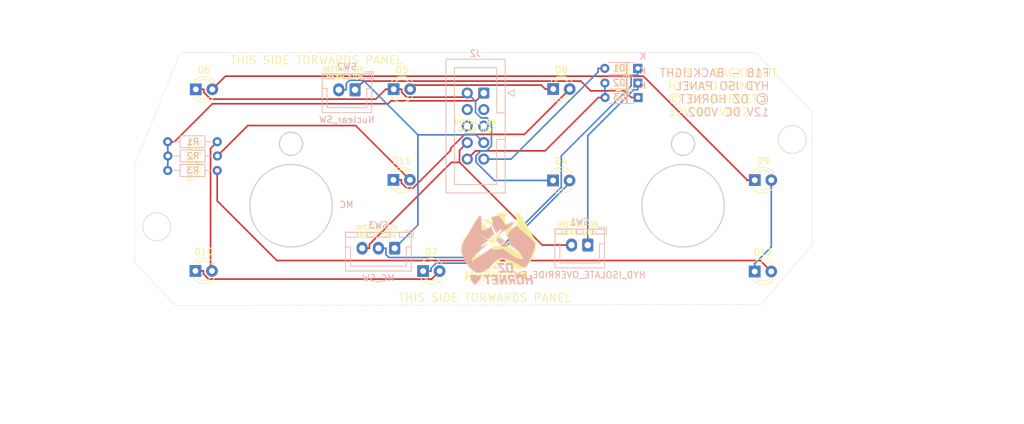
<source format=kicad_pcb>
(kicad_pcb (version 20240108) (generator "pcbnew") (generator_version "8.0")
  (title_block (title "HYD ISO PANEL") (date "2023-05-28") (rev "4") (company "www.openhornet.com") (comment 1 "License:  CC BY-NC-SA") (comment 2 "Backlighting - Type A"))
  (layers (0 "F.Cu" signal) (31 "B.Cu" signal) (34 "B.Paste" user) (35 "F.Paste" user) (36 "B.SilkS" user "B.Silkscreen") (37 "F.SilkS" user "F.Silkscreen") (38 "B.Mask" user) (39 "F.Mask" user) (44 "Edge.Cuts" user))
  (net 0 "")
  (net 1 "/BACKLIGHT_GND")
  (net 2 "Net-(D4-A)")
  (net 3 "Net-(D5-A)")
  (net 4 "Net-(D6-A)")
  (net 5 "Net-(D10-K)")
  (net 6 "Net-(D11-K)")
  (net 7 "Net-(D12-K)")
  (net 8 "Net-(D10-A)")
  (net 9 "Net-(D11-A)")
  (net 10 "Net-(D12-A)")
  (net 12 "/Row2")
  (net 13 "/Col1")
  (net 16 "/Col2")
  (net 17 "/Row1")
  (net 19 "/BACKLIGHT_12V")
  (net 20 "Net-(D2-K)")
  (net 21 "Net-(D3-K)")
  (net 22 "Net-(D1-K)")
  (footprint "LED_THT:LED_D3.0mm_FlatTop" (layer "F.Cu") (at 107.5466 65.9506)
    (property "Reference" "D5")
    (property "Value" "LED")
  )
  (footprint "LED_THT:LED_D3.0mm_FlatTop" (layer "F.Cu") (at 112.0728 93.9449)
    (property "Reference" "D7")
    (property "Value" "LED")
  )
  (footprint "LED_THT:LED_D3.0mm_FlatTop" (layer "F.Cu") (at 77.0384 93.9162)
    (property "Reference" "D10")
    (property "Value" "LED")
  )
  (footprint "LED_THT:LED_D3.0mm_FlatTop" (layer "F.Cu") (at 132.0925 65.931)
    (property "Reference" "D8")
    (property "Value" "LED")
  )
  (footprint "LED_THT:LED_D3.0mm_FlatTop" (layer "F.Cu") (at 77.0926 65.9682)
    (property "Reference" "D6")
    (property "Value" "LED")
  )
  (footprint "LED_THT:LED_D3.0mm_FlatTop" (layer "F.Cu") (at 132.0698 79.9945)
    (property "Reference" "D4")
    (property "Value" "LED")
  )
  (footprint "LED_THT:LED_D3.0mm_FlatTop" (layer "F.Cu") (at 163.1152 79.9432)
    (property "Reference" "D9")
    (property "Value" "LED")
  )
  (footprint "LED_THT:LED_D3.0mm_FlatTop" (layer "F.Cu") (at 107.4985 79.9)
    (property "Reference" "D11")
    (property "Value" "LED")
  )
  (footprint "LED_THT:LED_D3.0mm_FlatTop" (layer "F.Cu") (at 163.1032 94.0087)
    (property "Reference" "D12")
    (property "Value" "LED")
  )
  (footprint "Resistor_THT:R_Axial_DIN0204_L3.6mm_D1.6mm_P7.62mm_Horizontal" (layer "B.Cu") (at 80.4164 76.2254 180)
    (property "Reference" "R2")
    (property "Value" "R")
  )
  (footprint "Library:D_A-405_P7.62mm_Horizontal-SIGNAL" (layer "B.Cu") (at 145.8681 65.0366 180)
    (property "Reference" "D2")
    (property "Value" "D")
  )
  (footprint "Connector_IDC:IDC-Header_2x05_P2.54mm_Vertical" (layer "B.Cu") (at 121.412 66.548 180)
    (property "Reference" "J2")
    (property "Value" "Conn_02x05_Top_Bottom")
  )
  (footprint "Library:D_A-405_P7.62mm_Horizontal-SIGNAL" (layer "B.Cu") (at 145.8935 67.2718 180)
    (property "Reference" "D3")
    (property "Value" "D")
  )
  (footprint "Resistor_THT:R_Axial_DIN0204_L3.6mm_D1.6mm_P7.62mm_Horizontal" (layer "B.Cu") (at 80.391 74.0402 180)
    (property "Reference" "R1")
    (property "Value" "R")
  )
  (footprint "Library:D_A-405_P7.62mm_Horizontal-SIGNAL" (layer "B.Cu") (at 145.8468 62.7888 180)
    (property "Reference" "D1")
    (property "Value" "D")
  )
  (footprint "Connector_JST:JST_XH_B3B-XH-A_1x03_P2.50mm_Vertical" (layer "B.Cu") (at 107.696 90.424 180)
    (property "Reference" "SW3")
    (property "Value" "MC_SW")
  )
  (footprint "Connector_JST:JST_XH_B2B-XH-A_1x02_P2.50mm_Vertical" (layer "B.Cu") (at 101.6 66.04 180)
    (property "Reference" "SW2")
    (property "Value" "Nuclear_SW")
  )
  (footprint "Connector_JST:JST_XH_B2B-XH-A_1x02_P2.50mm_Vertical" (layer "B.Cu") (at 137.414 89.936 180)
    (property "Reference" "SW1")
    (property "Value" "HYD_ISOLATE_OVERRIDE_SW")
  )
  (footprint "Resistor_THT:R_Axial_DIN0204_L3.6mm_D1.6mm_P7.62mm_Horizontal" (layer "B.Cu") (at 80.391 78.4606 180)
    (property "Reference" "R3")
    (property "Value" "R")
  )
  (gr_poly (pts (xy 123.579731 92.986224) (xy 124.344906 93.882633) (xy 123.724193 93.882633) (xy 123.771289 94.182935) (xy 124.785437 94.182935) (xy 124.739928 93.890041) (xy 123.965758 92.993897) (xy 124.597583 92.993897) (xy 124.550487 92.693594) (xy 123.534223 92.693594)) (stroke (width -0.000001)) (fill solid) (layer "B.SilkS"))
  (gr_poly (pts (xy 124.179806 88.984401) (xy 124.170281 88.984712) (xy 124.160756 88.984898) (xy 124.141706 88.985195) (xy 124.126557 88.985788) (xy 124.111478 88.986686) (xy 124.096475 88.987909) (xy 124.081554 88.989478) (xy 124.066724 88.991413) (xy 124.05199 88.993734) (xy 124.03736 88.996462) (xy 124.022842 88.999615) (xy 124.008441 89.003215) (xy 123.994164 89.007282) (xy 123.98002 89.011835) (xy 123.966014 89.016896) (xy 123.952154 89.022483) (xy 123.938447 89.028618) (xy 123.924899 89.03532) (xy 123.911518 89.04261) (xy 123.894359 89.052962) (xy 123.877894 89.063961) (xy 123.8621 89.075582) (xy 123.84696 89.087804) (xy 123.832452 89.100602) (xy 123.818557 89.113954) (xy 123.805253 89.127836) (xy 123.792522 89.142225) (xy 123.780342 89.157098) (xy 123.768695 89.172431) (xy 123.757559 89.188202) (xy 123.746914 89.204386) (xy 123.736741 89.220961) (xy 123.727019 89.237903) (xy 123.717728 89.25519) (xy 123.708847 89.272797) (xy 123.700955 89.289929) (xy 123.693983 89.307084) (xy 123.687914 89.324247) (xy 123.682728 89.341402) (xy 123.678406 89.358534) (xy 123.674931 89.375626) (xy 123.672284 89.392664) (xy 123.670446 89.409632) (xy 123.669397 89.426515) (xy 123.669121 89.443296) (xy 123.669597 89.45996) (xy 123.670808 89.476492) (xy 123.672734 89.492876) (xy 123.675358 89.509097) (xy 123.678659 89.525138) (xy 123.682621 89.540985) (xy 123.687223 89.556623) (xy 123.692448 89.572034) (xy 123.698276 89.587205) (xy 123.70469 89.602118) (xy 123.71167 89.61676) (xy 123.719198 89.631113) (xy 123.727255 89.645163) (xy 123.735822 89.658895) (xy 123.754414 89.685338) (xy 123.774824 89.710319) (xy 123.796903 89.733714) (xy 123.820502 89.755397) (xy 123.820767 89.755662) (xy 123.844826 89.775854) (xy 123.869266 89.79557) (xy 123.919192 89.833681) (xy 123.970357 89.870204) (xy 124.022578 89.90535) (xy 124.075666 89.93933) (xy 124.129436 89.972356) (xy 124.183703 90.004637) (xy 124.238279 90.036385) (xy 124.246415 90.040903) (xy 124.254551 90.045347) (xy 124.270823 90.054112) (xy 124.270495 90.052511) (xy 124.270109 90.05098) (xy 124.269668 90.049514) (xy 124.269177 90.048109) (xy 124.26864 90.04676) (xy 124.26806 90.045461) (xy 124.267442 90.044209) (xy 124.266788 90.042999) (xy 124.266103 90.041827) (xy 124.265392 90.040686) (xy 124.264657 90.039574) (xy 124.263902 90.038485) (xy 124.262351 90.036358) (xy 124.260768 90.034268) (xy 124.25244 90.023582) (xy 124.244435 90.012753) (xy 124.236772 90.001773) (xy 124.229469 89.990637) (xy 124.222546 89.979335) (xy 124.216022 89.967863) (xy 124.209916 89.956212) (xy 124.204247 89.944376) (xy 124.199033 89.932348) (xy 124.194295 89.92012) (xy 124.19005 89.907686) (xy 124.186317 89.895039) (xy 124.183117 89.882172) (xy 124.180467 89.869078) (xy 124.178387 89.85575) (xy 124.176896 89.842181) (xy 124.175312 89.815715) (xy 124.175212 89.789797) (xy 124.176581 89.764432) (xy 124.179401 89.739622) (xy 124.183657 89.715369) (xy 124.189332 89.691678) (xy 124.19641 89.668552) (xy 124.204875 89.645992) (xy 124.214711 89.624003) (xy 124.2259 89.602588) (xy 124.238428 89.58175) (xy 124.252277 89.561491) (xy 124.267431 89.541815) (xy 124.283875 89.522725) (xy 124.301591 89.504225) (xy 124.320564 89.486316) (xy 124.341844 89.468052) (xy 124.363615 89.451068) (xy 124.385879 89.435372) (xy 124.408637 89.420972) (xy 124.431892 89.407879) (xy 124.455644 89.396099) (xy 124.479896 89.385641) (xy 124.504648 89.376514) (xy 124.529903 89.368727) (xy 124.555661 89.362288) (xy 124.581925 89.357205) (xy 124.608696 89.353487) (xy 124.635975 89.351143) (xy 124.663764 89.350181) (xy 124.692065 89.350609) (xy 124.720879 89.352437) (xy 124.719584 89.350748) (xy 124.718456 89.349241) (xy 124.716579 89.346715) (xy 124.715768 89.345665) (xy 124.715381 89.345186) (xy 124.715 89.344735) (xy 124.714623 89.344311) (xy 124.714245 89.343911) (xy 124.713862 89.343533) (xy 124.713471 89.343176) (xy 124.66366 89.298347) (xy 124.613185 89.254417) (xy 124.561954 89.211492) (xy 124.509874 89.169676) (xy 124.45685 89.129076) (xy 124.402792 89.089796) (xy 124.347604 89.051943) (xy 124.291196 89.015622) (xy 124.28459 89.011632) (xy 124.277966 89.0079) (xy 124.271318 89.004428) (xy 124.264638 89.001219) (xy 124.257921 88.998277) (xy 124.251161 88.995605) (xy 124.244351 88.993206) (xy 124.237485 88.991082) (xy 124.230557 88.989238) (xy 124.223561 88.987676) (xy 124.216491 88.986399) (xy 124.20934 88.98541) (xy 124.202102 88.984713) (xy 124.194771 88.984311) (xy 124.187341 88.984206)) (stroke (width -0.000001)) (fill solid) (layer "B.SilkS"))
  (gr_poly (pts (xy 119.530965 94.490695) (xy 119.516435 94.491987) (xy 119.502617 94.493984) (xy 119.489509 94.496695) (xy 119.47711 94.500129) (xy 119.465415 94.504295) (xy 119.454423 94.509201) (xy 119.444131 94.514857) (xy 119.434537 94.521271) (xy 119.425638 94.528453) (xy 119.417432 94.536411) (xy 119.409917 94.545154) (xy 119.403089 94.554691) (xy 119.396947 94.565032) (xy 119.391488 94.576184) (xy 119.386709 94.588157) (xy 119.382608 94.60096) (xy 119.379183 94.614602) (xy 119.376431 94.629092) (xy 119.37435 94.644437) (xy 119.372936 94.660649) (xy 119.372188 94.677735) (xy 119.372104 94.695704) (xy 119.37268 94.714565) (xy 119.373915 94.734327) (xy 119.382069 94.81898) (xy 119.393348 94.902461) (xy 119.407768 94.984738) (xy 119.425347 95.06578) (xy 119.446103 95.145555) (xy 119.470053 95.224032) (xy 119.497214 95.30118) (xy 119.527605 95.376967) (xy 119.561241 95.451362) (xy 119.598141 95.524333) (xy 119.638323 95.595849) (xy 119.681803 95.665879) (xy 119.728599 95.734391) (xy 119.778729 95.801355) (xy 119.832209 95.866737) (xy 119.889058 95.930508) (xy 119.902451 95.944524) (xy 119.915699 95.957604) (xy 119.928811 95.969749) (xy 119.941796 95.980963) (xy 119.954666 95.991247) (xy 119.967428 96.000605) (xy 119.980094 96.009039) (xy 119.992671 96.016551) (xy 120.005171 96.023144) (xy 120.017603 96.028821) (xy 120.029976 96.033584) (xy 120.0423 96.037436) (xy 120.054584 96.040379) (xy 120.066839 96.042416) (xy 120.079074 96.04355) (xy 120.091299 96.043782) (xy 120.103522 96.043117) (xy 120.115755 96.041555) (xy 120.128006 96.0391) (xy 120.140285 96.035754) (xy 120.152602 96.031521) (xy 120.164967 96.026401) (xy 120.177388 96.020399) (xy 120.189877 96.013517) (xy 120.202441 96.005756) (xy 120.215092 95.99712) (xy 120.227838 95.987612) (xy 120.24069 95.977233) (xy 120.253656 95.965987) (xy 120.266747 95.953876) (xy 120.293341 95.927068) (xy 120.360031 95.853888) (xy 120.425345 95.777554) (xy 120.489112 95.698715) (xy 120.551157 95.618019) (xy 120.61131 95.536113) (xy 120.669398 95.453646) (xy 120.778687 95.289621) (xy 120.877644 95.131127) (xy 120.964891 94.983349) (xy 121.039047 94.851471) (xy 121.098733 94.740676) (xy 121.101904 94.734115) (xy 121.104576 94.727491) (xy 121.106762 94.720823) (xy 121.108472 94.714126) (xy 121.109715 94.707421) (xy 121.110504 94.700723) (xy 121.110848 94.694052) (xy 121.110759 94.687425) (xy 121.110247 94.680859) (xy 121.109323 94.674373) (xy 121.107998 94.667983) (xy 121.106282 94.661709) (xy 121.104185 94.655568) (xy 121.10172 94.649577) (xy 121.098896 94.643754) (xy 121.095724 94.638117) (xy 121.092214 94.632685) (xy 121.088379 94.627473) (xy 121.084227 94.622502) (xy 121.079771 94.617787) (xy 121.07502 94.613348) (xy 121.069985 94.609201) (xy 121.064678 94.605365) (xy 121.059108 94.601857) (xy 121.053286 94.598695) (xy 121.047224 94.595897) (xy 121.040932 94.593481) (xy 121.03442 94.591464) (xy 121.0277 94.589865) (xy 121.020782 94.5887) (xy 121.013676 94.587989) (xy 121.006394 94.587747) (xy 120.715811 94.585329) (xy 120.540343 94.581166) (xy 120.355155 94.574155) (xy 120.168045 94.563633) (xy 119.98681 94.548941) (xy 119.819248 94.529418) (xy 119.743032 94.517638) (xy 119.673159 94.504404) (xy 119.673158 94.504669) (xy 119.63325 94.497248) (xy 119.596262 94.492399) (xy 119.578856 94.49096) (xy 119.562173 94.49019) (xy 119.546211 94.490099)) (stroke (width -0.000001)) (fill solid) (layer "B.SilkS"))
  (gr_poly (pts (xy 126.554775 94.523055) (xy 126.541147 94.523627) (xy 126.527644 94.524521) (xy 126.514311 94.525791) (xy 126.501195 94.527489) (xy 126.488341 94.529669) (xy 126.475794 94.532385) (xy 126.463601 94.535689) (xy 126.451807 94.539637) (xy 126.440458 94.54428) (xy 126.429599 94.549673) (xy 126.419277 94.55587) (xy 126.409538 94.562922) (xy 126.400426 94.570885) (xy 126.396119 94.575224) (xy 126.391987 94.579811) (xy 126.391987 94.57981) (xy 126.385789 94.587674) (xy 126.380189 94.596) (xy 126.375184 94.604811) (xy 126.370771 94.614128) (xy 126.366948 94.623973) (xy 126.36371 94.63437) (xy 126.361056 94.645339) (xy 126.358981 94.656903) (xy 126.357483 94.669085) (xy 126.356558 94.681905) (xy 126.356204 94.695387) (xy 126.356418 94.709551) (xy 126.357195 94.724422) (xy 126.358534 94.740019) (xy 126.360431 94.756367) (xy 126.362883 94.773486) (xy 126.521633 95.772553) (xy 126.524775 95.790837) (xy 126.528295 95.808202) (xy 126.532194 95.824668) (xy 126.536469 95.840259) (xy 126.541121 95.854996) (xy 126.546147 95.868902) (xy 126.551549 95.882) (xy 126.557323 95.89431) (xy 126.56347 95.905857) (xy 126.569989 95.916661) (xy 126.576878 95.926746) (xy 126.584136 95.936133) (xy 126.591764 95.944845) (xy 126.599759 95.952904) (xy 126.608122 95.960333) (xy 126.61685 95.967153) (xy 126.625944 95.973388) (xy 126.635401 95.979058) (xy 126.645222 95.984187) (xy 126.655405 95.988797) (xy 126.66595 95.992911) (xy 126.676855 95.996549) (xy 126.68812 95.999735) (xy 126.699743 96.002492) (xy 126.724062 96.006803) (xy 126.749805 96.009662) (xy 126.776963 96.011247) (xy 126.805531 96.011736) (xy 127.408781 96.011736) (xy 127.436438 96.011341) (xy 127.450177 96.010766) (xy 127.463794 96.009867) (xy 127.477242 96.00859) (xy 127.490474 96.00688) (xy 127.503443 96.004684) (xy 127.516103 96.001946) (xy 127.528406 95.998613) (xy 127.540305 95.994631) (xy 127.551755 95.989944) (xy 127.562707 95.9845) (xy 127.573114 95.978243) (xy 127.582931 95.97112) (xy 127.59211 95.963076) (xy 127.596445 95.958692) (xy 127.600604 95.954057) (xy 127.606762 95.946266) (xy 127.612338 95.937966) (xy 127.617334 95.929143) (xy 127.62175 95.919785) (xy 127.625588 95.909878) (xy 127.628849 95.899409) (xy 127.631534 95.888365) (xy 127.633644 95.876733) (xy 127.63518 95.864499) (xy 127.636144 95.85165) (xy 127.636537 95.838173) (xy 127.63636 95.824056) (xy 127.635614 95.809284) (xy 127.6343 95.793845) (xy 127.632419 95.777725) (xy 127.629973 95.760912) (xy 127.622069 95.71117) (xy 127.310885 95.71117) (xy 126.850775 95.71117) (xy 126.844433 95.711157) (xy 126.837149 95.71107) (xy 126.833447 95.710976) (xy 126.829864 95.710835) (xy 126.826517 95.710638) (xy 126.823522 95.710376) (xy 126.823113 95.708723) (xy 126.822675 95.70673) (xy 126.822206 95.704376) (xy 126.821704 95.701645) (xy 126.821164 95.698516) (xy 126.820583 95.694972) (xy 126.819959 95.690994) (xy 126.819289 95.686563) (xy 126.684087 94.838045) (xy 126.683062 94.829247) (xy 126.682636 94.825618) (xy 126.682235 94.822434) (xy 126.697845 94.822434) (xy 126.697846 94.822962) (xy 127.140494 94.822962) (xy 127.147108 94.822979) (xy 127.154913 94.823095) (xy 127.158828 94.823221) (xy 127.16252 94.823409) (xy 127.165815 94.823672) (xy 127.167259 94.823835) (xy 127.16854 94.824021) (xy 127.168984 94.825307) (xy 127.169519 94.827018) (xy 127.170135 94.829207) (xy 127.170821 94.831925) (xy 127.171189 94.8335) (xy 127.17157 94.835227) (xy 127.171965 94.837113) (xy 127.172372 94.839165) (xy 127.172789 94.841388) (xy 127.173217 94.84379) (xy 127.173652 94.846378) (xy 127.174096 94.849157) (xy 127.309298 95.696089) (xy 127.309843 95.700714) (xy 127.31029 95.70472) (xy 127.310637 95.70818) (xy 127.310885 95.71117) (xy 127.622069 95.71117) (xy 127.471223 94.761845) (xy 127.468079 94.74356) (xy 127.464552 94.726195) (xy 127.460642 94.709729) (xy 127.456351 94.694138) (xy 127.451679 94.679401) (xy 127.446628 94.665495) (xy 127.441199 94.652397) (xy 127.435392 94.640087) (xy 127.429209 94.62854) (xy 127.422651 94.617736) (xy 127.415719 94.607651) (xy 127.408413 94.598264) (xy 127.400735 94.589552) (xy 127.392685 94.581492) (xy 127.384266 94.574064) (xy 127.375477 94.567243) (xy 127.36632 94.561009) (xy 127.356795 94.555338) (xy 127.346905 94.550209) (xy 127.33665 94.545599) (xy 127.32603 94.541486) (xy 127.315047 94.537847) (xy 127.303702 94.534661) (xy 127.291996 94.531905) (xy 127.267506 94.527593) (xy 127.241583 94.524734) (xy 127.214236 94.52315) (xy 127.185473 94.522661) (xy 126.582223 94.522661)) (stroke (width -0.000001)) (fill solid) (layer "B.SilkS"))
  (gr_poly (pts (xy 124.692614 89.415148) (xy 124.673539 89.418058) (xy 124.635385 89.423775) (xy 124.616412 89.426936) (xy 124.597579 89.430534) (xy 124.578937 89.434746) (xy 124.569705 89.437138) (xy 124.560541 89.439749) (xy 124.560542 89.439749) (xy 124.537074 89.447618) (xy 124.514229 89.456897) (xy 124.492056 89.467526) (xy 124.470604 89.479446) (xy 124.449922 89.492598) (xy 124.43006 89.506921) (xy 124.411066 89.522356) (xy 124.39299 89.538844) (xy 124.375881 89.556325) (xy 124.359789 89.574739) (xy 124.344762 89.594027) (xy 124.330849 89.614129) (xy 124.3181 89.634986) (xy 124.306563 89.656538) (xy 124.296289 89.678725) (xy 124.287326 89.701488) (xy 124.279724 89.724768) (xy 124.273531 89.748504) (xy 124.268796 89.772637) (xy 124.26557 89.797107) (xy 124.263901 89.821856) (xy 124.263838 89.846822) (xy 124.26543 89.871948) (xy 124.268727 89.897172) (xy 124.273778 89.922437) (xy 124.280631 89.947681) (xy 124.289337 89.972845) (xy 124.299944 89.99787) (xy 124.312502 90.022696) (xy 124.327059 90.047264) (xy 124.343665 90.071514) (xy 124.362369 90.095387) (xy 124.363584 90.096821) (xy 124.364846 90.098246) (xy 124.366153 90.099656) (xy 124.367503 90.101046) (xy 124.368893 90.102414) (xy 124.370322 90.103754) (xy 124.371785 90.105062) (xy 124.373283 90.106334) (xy 124.374811 90.107565) (xy 124.376368 90.108753) (xy 124.377951 90.109891) (xy 124.379558 90.110976) (xy 124.381187 90.112004) (xy 124.382836 90.112971) (xy 124.384501 90.113871) (xy 124.386181 90.114701) (xy 124.418696 90.129981) (xy 124.451236 90.145062) (xy 124.483924 90.159647) (xy 124.500363 90.166661) (xy 124.516885 90.173439) (xy 124.528875 90.17809) (xy 124.540932 90.182418) (xy 124.553055 90.186424) (xy 124.565242 90.190108) (xy 124.577493 90.193469) (xy 124.589806 90.196507) (xy 124.602181 90.199223) (xy 124.614616 90.201617) (xy 124.627109 90.203688) (xy 124.639661 90.205437) (xy 124.652269 90.206863) (xy 124.664932 90.207967) (xy 124.67765 90.208748) (xy 124.69042 90.209207) (xy 124.703243 90.209344) (xy 124.716117 90.209158) (xy 124.743882 90.207693) (xy 124.771035 90.204817) (xy 124.797594 90.200579) (xy 124.823579 90.195023) (xy 124.849008 90.188198) (xy 124.873902 90.18015) (xy 124.89828 90.170926) (xy 124.922161 90.160574) (xy 124.945564 90.149139) (xy 124.96851 90.136669) (xy 124.991016 90.12321) (xy 125.013103 90.10881) (xy 125.03479 90.093516) (xy 125.056097 90.077374) (xy 125.077042 90.060432) (xy 125.097646 90.042735) (xy 125.106913 90.034294) (xy 125.11585 90.025632) (xy 125.124435 90.016741) (xy 125.132649 90.007611) (xy 125.140471 89.998234) (xy 125.14788 89.988599) (xy 125.154855 89.978697) (xy 125.161377 89.968519) (xy 125.167424 89.958056) (xy 125.172977 89.947299) (xy 125.178014 89.936238) (xy 125.182515 89.924863) (xy 125.186459 89.913166) (xy 125.189827 89.901137) (xy 125.192596 89.888767) (xy 125.194748 89.876047) (xy 125.195094 89.872961) (xy 125.195332 89.869952) (xy 125.195453 89.867013) (xy 125.19545 89.864141) (xy 125.195314 89.861331) (xy 125.195036 89.858579) (xy 125.194607 89.855879) (xy 125.19402 89.853227) (xy 125.193265 89.850619) (xy 125.192334 89.848049) (xy 125.191219 89.845514) (xy 125.189911 89.843008) (xy 125.188401 89.840526) (xy 125.186681 89.838065) (xy 125.184742 89.83562) (xy 125.182577 89.833185) (xy 125.017014 89.655385) (xy 124.934778 89.566038) (xy 124.853435 89.475997) (xy 124.846037 89.468025) (xy 124.838519 89.460587) (xy 124.830863 89.453699) (xy 124.823053 89.447373) (xy 124.815075 89.441623) (xy 124.806912 89.436465) (xy 124.798548 89.431911) (xy 124.789968 89.427975) (xy 124.781155 89.424672) (xy 124.772094 89.422016) (xy 124.762768 89.42002) (xy 124.753162 89.418698) (xy 124.74326 89.418065) (xy 124.733046 89.418134) (xy 124.722504 89.418919) (xy 124.711618 89.420435) (xy 124.711618 89.411968)) (stroke (width -0.000001)) (fill solid) (layer "B.SilkS"))
  (gr_poly (pts (xy 125.268106 94.52279) (xy 125.254479 94.523362) (xy 125.240975 94.524257) (xy 125.227643 94.525526) (xy 125.214526 94.527224) (xy 125.201672 94.529404) (xy 125.189125 94.53212) (xy 125.176932 94.535425) (xy 125.165138 94.539372) (xy 125.153789 94.544016) (xy 125.142931 94.549409) (xy 125.132609 94.555605) (xy 125.122869 94.562658) (xy 125.113757 94.57062) (xy 125.10945 94.57496) (xy 125.105318 94.579546) (xy 125.105848 94.57981) (xy 125.099649 94.587674) (xy 125.094049 94.596) (xy 125.089044 94.604811) (xy 125.084632 94.614128) (xy 125.080808 94.623973) (xy 125.077571 94.63437) (xy 125.074916 94.645339) (xy 125.072841 94.656903) (xy 125.071343 94.669085) (xy 125.070418 94.681905) (xy 125.070064 94.695387) (xy 125.070278 94.709551) (xy 125.071055 94.724422) (xy 125.072394 94.740019) (xy 125.074291 94.756367) (xy 125.076743 94.773486) (xy 125.149239 95.229892) (xy 125.152383 95.248177) (xy 125.15591 95.265541) (xy 125.15982 95.282008) (xy 125.164111 95.297598) (xy 125.168783 95.312336) (xy 125.173834 95.326242) (xy 125.179263 95.339339) (xy 125.18507 95.35165) (xy 125.191253 95.363196) (xy 125.197811 95.374001) (xy 125.204744 95.384085) (xy 125.21205 95.393472) (xy 125.219728 95.402185) (xy 125.227777 95.410244) (xy 125.236197 95.417672) (xy 125.244986 95.424493) (xy 125.254143 95.430727) (xy 125.263667 95.436398) (xy 125.273557 95.441527) (xy 125.283813 95.446137) (xy 125.294432 95.45025) (xy 125.305415 95.453889) (xy 125.31676 95.457075) (xy 125.328466 95.459831) (xy 125.352957 95.464143) (xy 125.37888 95.467002) (xy 125.406227 95.468587) (xy 125.434989 95.469075) (xy 125.473354 95.469075) (xy 125.254014 96.011736) (xy 125.579716 96.011736) (xy 125.799056 95.469075) (xy 125.908064 95.469075) (xy 125.992201 96.011736) (xy 126.303352 96.011736) (xy 126.170263 95.169037) (xy 125.859116 95.169037) (xy 125.478116 95.169037) (xy 125.471774 95.169025) (xy 125.46449 95.168938) (xy 125.460789 95.168843) (xy 125.457206 95.168702) (xy 125.453858 95.168505) (xy 125.450864 95.168244) (xy 125.450455 95.166591) (xy 125.450017 95.164597) (xy 125.449548 95.162244) (xy 125.449045 95.159512) (xy 125.448505 95.156384) (xy 125.447925 95.15284) (xy 125.447301 95.148862) (xy 125.446631 95.144431) (xy 125.397682 94.838573) (xy 125.396657 94.829775) (xy 125.396231 94.826146) (xy 125.39583 94.822962) (xy 125.804347 94.822962) (xy 125.859116 95.169037) (xy 126.170263 95.169037) (xy 126.068137 94.522396) (xy 125.295554 94.522396)) (stroke (width -0.000001)) (fill solid) (layer "B.SilkS"))
  (gr_poly (pts (xy 121.394802 94.822962) (xy 121.76125 94.822962) (xy 121.949369 96.011999) (xy 122.260253 96.011999) (xy 122.072135 94.822962) (xy 122.438318 94.822962) (xy 122.391223 94.522659) (xy 121.347706 94.522659)) (stroke (width -0.000001)) (fill solid) (layer "B.SilkS"))
  (gr_poly (pts (xy 123.302778 85.478276) (xy 123.190986 85.492072) (xy 123.078972 85.511279) (xy 122.968185 85.53455) (xy 122.860072 85.560536) (xy 122.483297 85.664675) (xy 122.624023 85.952872) (xy 122.693257 86.093002) (xy 122.763755 86.231148) (xy 122.780986 86.266705) (xy 122.795476 86.302029) (xy 122.807232 86.337103) (xy 122.816259 86.37191) (xy 122.822563 86.406433) (xy 122.826152 86.440656) (xy 122.82703 86.474561) (xy 122.825205 86.508133) (xy 122.820682 86.541355) (xy 122.813468 86.574209) (xy 122.803569 86.60668) (xy 122.790991 86.638751) (xy 122.77574 86.670404) (xy 122.757823 86.701624) (xy 122.737246 86.732393) (xy 122.714014 86.762695) (xy 122.695766 86.783626) (xy 122.67717 86.804731) (xy 122.639137 86.847362) (xy 122.65779 86.847726) (xy 122.667116 86.847846) (xy 122.676443 86.847891) (xy 122.677021 86.84791) (xy 122.677613 86.847967) (xy 122.678217 86.84806) (xy 122.678832 86.848187) (xy 122.679457 86.848347) (xy 122.680089 86.84854) (xy 122.680728 86.848763) (xy 122.681371 86.849016) (xy 122.682665 86.849603) (xy 122.683959 86.850291) (xy 122.68524 86.851069) (xy 122.686497 86.851926) (xy 122.687716 86.852851) (xy 122.688886 86.853834) (xy 122.689994 86.854863) (xy 122.691028 86.855928) (xy 122.691975 86.857018) (xy 122.692822 86.858121) (xy 122.693558 86.859228) (xy 122.69388 86.859779) (xy 122.69417 86.860327) (xy 122.935735 87.346366) (xy 123.078874 87.636614) (xy 123.236831 87.957025) (xy 123.28386 88.053465) (xy 123.331287 88.151493) (xy 123.343983 88.140724) (xy 123.356258 88.130426) (xy 123.362229 88.125353) (xy 123.368085 88.120277) (xy 123.373824 88.115157) (xy 123.379441 88.109954) (xy 123.407768 88.083033) (xy 123.435996 88.055913) (xy 123.492154 88.001475) (xy 123.586312 87.910822) (xy 123.609736 87.888058) (xy 123.632983 87.865111) (xy 123.655987 87.84191) (xy 123.678685 87.818383) (xy 123.695993 87.800819) (xy 123.71376 87.783909) (xy 123.731951 87.7676) (xy 123.750528 87.75184) (xy 123.769456 87.736577) (xy 123.788697 87.721757) (xy 123.827976 87.693235) (xy 123.868074 87.665855) (xy 123.908699 87.639194) (xy 123.990364 87.586344) (xy 123.992821 87.584739) (xy 123.995324 87.583191) (xy 124.000427 87.580221) (xy 124.010737 87.574471) (xy 124.015784 87.57151) (xy 124.018245 87.569969) (xy 124.020651 87.568373) (xy 124.022991 87.56671) (xy 124.025257 87.564969) (xy 124.027438 87.563139) (xy 124.029523 87.561208) (xy 124.031584 87.559293) (xy 124.03365 87.557514) (xy 124.035722 87.555868) (xy 124.0378 87.554352) (xy 124.039884 87.552963) (xy 124.041975 87.551697) (xy 124.044073 87.55055) (xy 124.046179 87.549521) (xy 124.048293 87.548605) (xy 124.050416 87.5478) (xy 124.052547 87.547101) (xy 124.054689 87.546507) (xy 124.05684 87.546013) (xy 124.059001 87.545616) (xy 124.063356 87.545102) (xy 124.067758 87.544938) (xy 124.07221 87.545098) (xy 124.076715 87.545557) (xy 124.081278 87.546288) (xy 124.0859 87.547266) (xy 124.090587 87.548464) (xy 124.095341 87.549857) (xy 124.100166 87.551419) (xy 124.114687 87.556065) (xy 124.129266 87.56051) (xy 124.15854 87.56898) (xy 124.217112 87.58555) (xy 124.217901 87.585813) (xy 124.218683 87.586107) (xy 124.219467 87.586432) (xy 124.220258 87.586786) (xy 124.221888 87.587582) (xy 124.223627 87.588493) (xy 124.227642 87.590647) (xy 124.230022 87.591884) (xy 124.232722 87.593223) (xy 123.707789 88.370304) (xy 123.712023 88.375067) (xy 123.793514 88.314742) (xy 124.292254 87.943267) (xy 124.720085 87.625502) (xy 125.216179 87.257996) (xy 125.594004 86.977008) (xy 126.061523 86.630669) (xy 126.060993 86.630668) (xy 126.076504 86.619027) (xy 126.084322 86.613181) (xy 126.092214 86.607385) (xy 126.05676 86.573221) (xy 126.021306 86.538858) (xy 125.990188 86.510507) (xy 125.959382 86.485301) (xy 125.928794 86.463263) (xy 125.898332 86.444418) (xy 125.88312 86.436201) (xy 125.867905 86.428792) (xy 125.852675 86.422194) (xy 125.837419 86.41641) (xy 125.822126 86.411442) (xy 125.806783 86.407295) (xy 125.79138 86.403971) (xy 125.775905 86.401473) (xy 125.760346 86.399805) (xy 125.744691 86.398969) (xy 125.72893 86.398969) (xy 125.713051 86.399807) (xy 125.697041 86.401487) (xy 125.680891 86.404012) (xy 125.664587 86.407386) (xy 125.648119 86.41161) (xy 125.631475 86.416688) (xy 125.614644 86.422624) (xy 125.597613 86.42942) (xy 125.580372 86.43708) (xy 125.545213 86.455003) (xy 125.509072 86.476416) (xy 125.464083 86.506227) (xy 125.422003 86.535915) (xy 125.345806 86.594236) (xy 125.278946 86.650013) (xy 125.219887 86.701874) (xy 125.167092 86.748453) (xy 125.119026 86.788379) (xy 125.096287 86.805419) (xy 125.074153 86.820283) (xy 125.052434 86.8328) (xy 125.030937 86.842798) (xy 125.00947 86.850106) (xy 124.987842 86.854554) (xy 124.96586 86.855969) (xy 124.943332 86.854181) (xy 124.920066 86.849019) (xy 124.89587 86.840312) (xy 124.870553 86.827888) (xy 124.843922 86.811577) (xy 124.815786 86.791207) (xy 124.785951 86.766608) (xy 124.754227 86.737607) (xy 124.720421 86.704034) (xy 124.684342 86.665719) (xy 124.645796 86.622489) (xy 124.560541 86.520602) (xy 124.420126 86.324471) (xy 124.282563 86.126306) (xy 124.147729 85.926257) (xy 124.015499 85.72447) (xy 123.988102 85.683351) (xy 123.957574 85.646449) (xy 123.924096 85.613596) (xy 123.887849 85.584623) (xy 123.849015 85.559361) (xy 123.807774 85.537644) (xy 123.764306 85.5193) (xy 123.718794 85.504164) (xy 123.671417 85.492064) (xy 123.622357 85.482835) (xy 123.571795 85.476306) (xy 123.519911 85.472309) (xy 123.412902 85.471239)) (stroke (width -0.000001)) (fill solid) (layer "B.SilkS"))
  (gr_poly (pts (xy 120.821663 85.396373) (xy 120.777129 85.415372) (xy 120.728073 85.446248) (xy 120.674298 85.489695) (xy 120.615605 85.546407) (xy 120.307232 86.010896) (xy 120.012946 86.484689) (xy 119.728873 86.965236) (xy 119.45114 87.449984) (xy 118.899207 88.421878) (xy 118.617261 88.903919) (xy 118.326165 89.379954) (xy 118.326693 89.378898) (xy 118.257683 89.499895) (xy 118.196427 89.621402) (xy 118.142811 89.743439) (xy 118.096721 89.866024) (xy 118.05804 89.989179) (xy 118.026656 90.112922) (xy 118.002452 90.237274) (xy 117.985315 90.362254) (xy 117.975129 90.487883) (xy 117.97178 90.614179) (xy 117.975152 90.741162) (xy 117.985133 90.868853) (xy 118.001606 90.997271) (xy 118.024457 91.126436) (xy 118.053571 91.256367) (xy 118.088833 91.387085) (xy 118.142836 91.559927) (xy 118.202175 91.727468) (xy 118.266739 91.890082) (xy 118.336413 92.048142) (xy 118.411083 92.20202) (xy 118.490636 92.352091) (xy 118.574959 92.498726) (xy 118.663938 92.642301) (xy 118.757459 92.783187) (xy 118.855409 92.921758) (xy 118.957674 93.058388) (xy 119.064141 93.193449) (xy 119.174696 93.327314) (xy 119.289225 93.460358) (xy 119.407616 93.592953) (xy 119.529753 93.725472) (xy 119.615202 93.808523) (xy 119.708158 93.883388) (xy 119.807912 93.949983) (xy 119.913754 94.008221) (xy 120.024977 94.058016) (xy 120.140869 94.099282) (xy 120.260723 94.131933) (xy 120.383828 94.155883) (xy 120.509476 94.171046) (xy 120.636957 94.177336) (xy 120.765562 94.174667) (xy 120.894581 94.162952) (xy 121.023307 94.142107) (xy 121.151028 94.112044) (xy 121.277036 94.072678) (xy 121.400622 94.023922) (xy 121.437002 94.007611) (xy 121.473277 93.990535) (xy 121.509396 93.9727) (xy 121.545303 93.954118) (xy 121.580946 93.934796) (xy 121.616269 93.914743) (xy 121.651219 93.893969) (xy 121.685743 93.872481) (xy 121.719786 93.85029) (xy 121.753295 93.827405) (xy 121.786215 93.803833) (xy 121.818493 93.779584) (xy 121.850075 93.754667) (xy 121.880908 93.72909) (xy 121.910936 93.702863) (xy 121.940106 93.675995) (xy 122.092164 93.531861) (xy 122.241421 93.392672) (xy 122.534328 93.121528) (xy 122.679371 92.985772) (xy 122.824406 92.847358) (xy 122.970129 92.704386) (xy 123.117238 92.554956) (xy 123.205748 92.463417) (xy 123.297178 92.381559) (xy 123.391345 92.309053) (xy 123.488065 92.245568) (xy 123.587157 92.190775) (xy 123.688436 92.144343) (xy 123.791721 92.105942) (xy 123.896828 92.075242) (xy 124.003576 92.051912) (xy 124.11178 92.035624) (xy 124.221259 92.026046) (xy 124.331829 92.022849) (xy 124.443307 92.025702) (xy 124.555512 92.034275) (xy 124.66826 92.048239) (xy 124.781368 92.067263) (xy 125.007933 92.11917) (xy 125.233747 92.187356) (xy 125.457345 92.269179) (xy 125.677267 92.362) (xy 125.89205 92.463177) (xy 126.100231 92.570069) (xy 126.300349 92.680036) (xy 126.49094 92.790435) (xy 127.020999 93.114913) (xy 127.156328 93.19108) (xy 127.22503 93.226874) (xy 127.294574 93.260769) (xy 127.365072 93.292482) (xy 127.436634 93.321733) (xy 127.509375 93.348241) (xy 127.583404 93.371724) (xy 127.625989 93.382461) (xy 127.64636 93.386828) (xy 127.666142 93.390514) (xy 127.685356 93.39351) (xy 127.704022 93.395806) (xy 127.72216 93.397395) (xy 127.739789 93.398265) (xy 127.756931 93.398409) (xy 127.773603 93.397816) (xy 127.789827 93.396477) (xy 127.805623 93.394383) (xy 127.82101 93.391525) (xy 127.836009 93.387894) (xy 127.850639 93.383479) (xy 127.864921 93.378273) (xy 127.878874 93.372264) (xy 127.892518 93.365445) (xy 127.905873 93.357806) (xy 127.91896 93.349338) (xy 127.931798 93.340031) (xy 127.944407 93.329876) (xy 127.956807 93.318863) (xy 127.969018 93.306984) (xy 127.98106 93.294229) (xy 127.992953 93.280589) (xy 128.004717 93.266054) (xy 128.016372 93.250615) (xy 128.027938 93.234263) (xy 128.039434 93.216989) (xy 128.050882 93.198783) (xy 128.0623 93.179637) (xy 128.105 93.10526) (xy 128.146925 93.030362) (xy 128.187995 92.954943) (xy 128.228128 92.879004) (xy 128.267244 92.802543) (xy 128.305262 92.725562) (xy 128.342102 92.64806) (xy 128.377683 92.570036) (xy 128.507809 92.271387) (xy 128.632477 91.970751) (xy 128.751688 91.668124) (xy 128.865443 91.363503) (xy 128.97374 91.056886) (xy 129.07658 90.748268) (xy 129.173963 90.437648) (xy 129.26589 90.125021) (xy 129.281999 90.061431) (xy 129.288374 90.030264) (xy 129.293634 89.999505) (xy 129.297783 89.969148) (xy 129.300824 89.939185) (xy 129.302761 89.909608) (xy 129.303597 89.88041) (xy 129.303336 89.851584) (xy 129.301981 89.823122) (xy 129.299536 89.795017) (xy 129.296004 89.767262) (xy 129.291389 89.739848) (xy 129.285695 89.71277) (xy 129.278925 89.686018) (xy 129.271082 89.659586) (xy 129.26217 89.633467) (xy 129.252193 89.607653) (xy 129.241154 89.582136) (xy 129.229057 89.556909) (xy 129.215905 89.531965) (xy 129.201702 89.507296) (xy 129.186451 89.482896) (xy 129.170156 89.458755) (xy 129.134447 89.411227) (xy 129.094604 89.364651) (xy 129.050656 89.318969) (xy 129.002629 89.274122) (xy 127.701938 88.107309) (xy 127.056776 87.518247) (xy 126.736945 87.22074) (xy 126.419502 86.920653) (xy 126.349156 86.993049) (xy 126.279009 87.065644) (xy 126.245927 87.100276) (xy 126.212995 87.135131) (xy 126.180261 87.170233) (xy 126.147775 87.205609) (xy 126.144987 87.208544) (xy 126.142171 87.211295) (xy 126.139321 87.213854) (xy 126.136427 87.216217) (xy 126.133482 87.218379) (xy 126.130479 87.220334) (xy 126.127407 87.222076) (xy 126.12426 87.223601) (xy 126.12103 87.224902) (xy 126.117707 87.225975) (xy 126.114285 87.226813) (xy 126.110754 87.227412) (xy 126.107107 87.227766) (xy 126.103336 87.22787) (xy 126.099432 87.227718) (xy 126.095388 87.227305) (xy 126.09085 87.226779) (xy 126.086456 87.226495) (xy 126.082197 87.226458) (xy 126.078062 87.226677) (xy 126.074039 87.227155) (xy 126.07012 87.2279) (xy 126.066292 87.228918) (xy 126.062546 87.230215) (xy 126.058872 87.231798) (xy 126.055259 87.233671) (xy 126.051695 87.235843) (xy 126.048172 87.238318) (xy 126.044678 87.241104) (xy 126.041204 87.244205) (xy 126.037737 87.247629) (xy 126.034269 87.251382) (xy 126.00734 87.281592) (xy 125.980166 87.311538) (xy 125.925294 87.370875) (xy 125.814929 87.488978) (xy 125.722755 87.589024) (xy 125.630779 87.689267) (xy 125.442131 87.89432) (xy 125.255336 88.09752) (xy 125.015359 88.358134) (xy 124.935124 88.446505) (xy 124.854492 88.535669) (xy 124.861408 88.547391) (xy 124.864908 88.552999) (xy 124.868494 88.558403) (xy 124.872209 88.563576) (xy 124.876095 88.568491) (xy 124.880196 88.573121) (xy 124.884555 88.57744) (xy 124.889215 88.581422) (xy 124.891671 88.583277) (xy 124.894218 88.585038) (xy 124.896862 88.586702) (xy 124.899608 88.588264) (xy 124.902462 88.589721) (xy 124.905428 88.591071) (xy 124.908513 88.592309) (xy 124.911721 88.593433) (xy 124.915058 88.594439) (xy 124.91853 88.595323) (xy 124.922141 88.596083) (xy 124.925897 88.596715) (xy 124.929804 88.597216) (xy 124.933867 88.597582) (xy 124.939177 88.598166) (xy 124.94449 88.599106) (xy 124.9498 88.600374) (xy 124.955104 88.601939) (xy 124.960397 88.603775) (xy 124.965674 88.605851) (xy 124.970933 88.60814) (xy 124.976167 88.610613) (xy 124.981374 88.61324) (xy 124.986549 88.615994) (xy 124.996784 88.621767) (xy 125.016682 88.633565) (xy 125.036527 88.646104) (xy 125.055316 88.659484) (xy 125.073096 88.673666) (xy 125.089913 88.688611) (xy 125.105816 88.70428) (xy 125.120852 88.720634) (xy 125.135068 88.737634) (xy 125.14851 88.755241) (xy 125.161227 88.773414) (xy 125.173266 88.792116) (xy 125.184674 88.811307) (xy 125.195499 88.830949) (xy 125.205787 88.851001) (xy 125.215585 88.871424) (xy 125.224942 88.89218) (xy 125.233905 88.91323) (xy 125.246423 88.945371) (xy 125.257655 88.977871) (xy 125.267703 89.010694) (xy 125.276668 89.043802) (xy 125.284654 89.077158) (xy 125.291762 89.110725) (xy 125.298095 89.144466) (xy 125.303755 89.178343) (xy 125.306537 89.197538) (xy 125.308798 89.216815) (xy 125.310638 89.236153) (xy 125.312155 89.255535) (xy 125.316984 89.333124) (xy 125.31879 89.361542) (xy 125.320324 89.39001) (xy 125.320841 89.404246) (xy 125.321114 89.418477) (xy 125.321082 89.432695) (xy 125.320688 89.446895) (xy 125.318515 89.489028) (xy 125.315553 89.531049) (xy 125.311488 89.572896) (xy 125.306004 89.614508) (xy 125.30263 89.635207) (xy 125.298782 89.655823) (xy 125.294422 89.676349) (xy 125.289508 89.696777) (xy 125.284003 89.7171) (xy 125.277866 89.73731) (xy 125.271057 89.757399) (xy 125.263538 89.77736) (xy 125.26147 89.782191) (xy 125.259247 89.786988) (xy 125.256887 89.791791) (xy 125.25441 89.796641) (xy 125.249176 89.806641) (xy 125.246457 89.811872) (xy 125.243694 89.817311) (xy 125.30048 89.857329) (xy 125.358259 89.897745) (xy 125.586131 90.056594) (xy 125.813607 90.216038) (xy 125.970901 90.328089) (xy 126.049053 90.384884) (xy 126.126609 90.442521) (xy 126.191427 90.491949) (xy 126.255626 90.542269) (xy 126.319081 90.593582) (xy 126.35049 90.619642) (xy 126.381667 90.645986) (xy 126.457809 90.711859) (xy 126.533207 90.778675) (xy 126.682763 90.913745) (xy 126.719296 90.947499) (xy 126.737396 90.964564) (xy 126.755358 90.981775) (xy 126.773158 90.999147) (xy 126.790775 91.016696) (xy 126.808187 91.034437) (xy 126.825373 91.052386) (xy 126.880961 91.111923) (xy 126.93551 91.172338) (xy 126.988875 91.233738) (xy 127.040909 91.296233) (xy 127.091468 91.359931) (xy 127.140405 91.42494) (xy 127.187575 91.49137) (xy 127.232831 91.559328) (xy 127.269279 91.617776) (xy 127.303946 91.677067) (xy 127.336741 91.737252) (xy 127.36757 91.798379) (xy 127.396341 91.860498) (xy 127.422959 91.923659) (xy 127.447333 91.987912) (xy 127.469369 92.053305) (xy 127.471968 92.061758) (xy 127.474437 92.070276) (xy 127.479158 92.087668) (xy 127.488948 92.125007) (xy 127.444829 92.125371) (xy 127.423984 92.125342) (xy 127.413714 92.125134) (xy 127.403487 92.124743) (xy 127.379679 92.123354) (xy 127.355896 92.121568) (xy 127.332162 92.119385) (xy 127.308502 92.116805) (xy 127.197311 92.104634) (xy 127.141815 92.097904) (xy 127.114135 92.094161) (xy 127.086517 92.090083) (xy 127.028969 92.080456) (xy 126.971812 92.069276) (xy 126.915039 92.056601) (xy 126.858644 92.042491) (xy 126.802622 92.027004) (xy 126.746965 92.010199) (xy 126.691668 91.992136) (xy 126.636725 91.972872) (xy 126.562886 91.945409) (xy 126.526132 91.93114) (xy 126.489518 91.916483) (xy 126.453065 91.901417) (xy 126.416794 91.88592) (xy 126.380729 91.86997) (xy 126.34489 91.853546) (xy 126.259487 91.813084) (xy 126.216963 91.792335) (xy 126.174631 91.77116) (xy 126.132546 91.749502) (xy 126.090766 91.727302) (xy 126.049345 91.704499) (xy 126.00834 91.681037) (xy 125.958603 91.651663) (xy 125.909196 91.621716) (xy 125.860098 91.591242) (xy 125.811291 91.560288) (xy 125.714479 91.497122) (xy 125.618609 91.432593) (xy 125.570697 91.399448) (xy 125.523152 91.365773) (xy 125.428836 91.297292) (xy 125.241048 91.159014) (xy 124.910583 90.918508) (xy 124.605783 90.695464) (xy 124.47326 90.598428) (xy 124.340936 90.500995) (xy 124.338665 90.499418) (xy 124.336414 90.498054) (xy 124.334177 90.496892) (xy 124.331948 90.495922) (xy 124.329723 90.495134) (xy 124.327495 90.494516) (xy 124.325259 90.494059) (xy 124.32301 90.493752) (xy 124.320743 90.493584) (xy 124.318451 90.493546) (xy 124.31613 90.493626) (xy 124.313775 90.493814) (xy 124.311378 90.4941) (xy 124.308937 90.494473) (xy 124.306444 90.494923) (xy 124.303894 90.495439) (xy 124.00131 90.557153) (xy 123.698527 90.617676) (xy 123.681712 90.620834) (xy 123.664814 90.623596) (xy 123.647847 90.62601) (xy 123.630827 90.628127) (xy 123.61377 90.629996) (xy 123.596692 90.631666) (xy 123.562532 90.634609) (xy 123.498234 90.639591) (xy 123.433911 90.644101) (xy 123.369539 90.647966) (xy 123.305092 90.651013) (xy 123.286428 90.651474) (xy 123.267745 90.651522) (xy 123.249049 90.651241) (xy 123.230347 90.650716) (xy 123.155603 90.647838) (xy 123.103347 90.646383) (xy 123.090253 90.64588) (xy 123.07717 90.645234) (xy 123.064113 90.644402) (xy 123.051092 90.64334) (xy 123.008802 90.639131) (xy 122.966715 90.634026) (xy 122.924914 90.627699) (xy 122.904146 90.623976) (xy 122.883479 90.619826) (xy 122.862924 90.615207) (xy 122.84249 90.610079) (xy 122.822189 90.604402) (xy 122.802029 90.598134) (xy 122.782021 90.591235) (xy 122.762175 90.583665) (xy 122.742501 90.575383) (xy 122.723009 90.566347) (xy 122.721177 90.565429) (xy 122.719353 90.564464) (xy 122.717541 90.563453) (xy 122.715741 90.562399) (xy 122.713957 90.561302) (xy 122.712191 90.560166) (xy 122.710445 90.558991) (xy 122.708721 90.557781) (xy 122.707023 90.556536) (xy 122.705351 90.555259) (xy 122.703709 90.553953) (xy 122.702099 90.552617) (xy 122.700522 90.551256) (xy 122.698983 90.54987) (xy 122.697482 90.548461) (xy 122.696022 90.547032) (xy 122.669683 90.52114) (xy 122.643469 90.495075) (xy 122.617403 90.46886) (xy 122.591511 90.442522) (xy 122.589999 90.440998) (xy 122.58853 90.439606) (xy 122.587093 90.438356) (xy 122.585674 90.437255) (xy 122.584261 90.436312) (xy 122.583553 90.435903) (xy 122.582842 90.435536) (xy 122.582126 90.435213) (xy 122.581404 90.434935) (xy 122.580675 90.434703) (xy 122.579936 90.434518) (xy 122.579186 90.434381) (xy 122.578424 90.434293) (xy 122.577648 90.434256) (xy 122.576856 90.434269) (xy 122.576047 90.434335) (xy 122.57522 90.434454) (xy 122.574372 90.434628) (xy 122.573503 90.434857) (xy 122.572611 90.435143) (xy 122.571694 90.435487) (xy 122.57075 90.435889) (xy 122.569778 90.436351) (xy 122.568778 90.436874) (xy 122.567746 90.437458) (xy 122.566681 90.438106) (xy 122.565583 90.438818) (xy 122.151245 90.711339) (xy 121.662294 91.032013) (xy 121.301667 91.268815) (xy 120.925695 91.514613) (xy 120.871786 91.5502) (xy 120.844732 91.567819) (xy 120.831137 91.576477) (xy 120.81748 91.584992) (xy 120.814249 91.587041) (xy 120.811215 91.589126) (xy 120.808394 91.59126) (xy 120.805805 91.593455) (xy 120.803464 91.595723) (xy 120.802391 91.596888) (xy 120.801388 91.598075) (xy 120.800454 91.599287) (xy 120.799594 91.600525) (xy 120.798808 91.60179) (xy 120.798099 91.603083) (xy 120.797469 91.604407) (xy 120.79692 91.605763) (xy 120.796455 91.607152) (xy 120.796075 91.608575) (xy 120.795783 91.610035) (xy 120.79558 91.611532) (xy 120.79547 91.613069) (xy 120.795453 91.614646) (xy 120.795532 91.616266) (xy 120.79571 91.61793) (xy 120.795988 91.619638) (xy 120.796369 91.621394) (xy 120.796854 91.623198) (xy 120.797446 91.625051) (xy 120.798147 91.626956) (xy 120.798959 91.628913) (xy 120.79954 91.630306) (xy 120.800043 91.631659) (xy 120.80047 91.632973) (xy 120.800822 91.634248) (xy 120.8011 91.635488) (xy 120.801307 91.636692) (xy 120.801443 91.637862) (xy 120.80151 91.639) (xy 120.801509 91.640108) (xy 120.801441 91.641185) (xy 120.801309 91.642234) (xy 120.801112 91.643256) (xy 120.800854 91.644253) (xy 120.800535 91.645226) (xy 120.800156 91.646175) (xy 120.79972 91.647103) (xy 120.799227 91.648011) (xy 120.798678 91.6489) (xy 120.798076 91.649772) (xy 120.797422 91.650628) (xy 120.796716 91.651468) (xy 120.795961 91.652296) (xy 120.795158 91.653111) (xy 120.794308 91.653916) (xy 120.792474 91.655499) (xy 120.790469 91.657056) (xy 120.788305 91.658597) (xy 120.785994 91.660134) (xy 120.25233 92.010178) (xy 119.91234 92.23375) (xy 119.878192 92.256699) (xy 119.844143 92.279821) (xy 119.827032 92.291222) (xy 119.809797 92.302397) (xy 119.792388 92.313256) (xy 119.774756 92.323708) (xy 119.772563 92.325008) (xy 119.770495 92.326329) (xy 119.768549 92.32767) (xy 119.766722 92.329032) (xy 119.765011 92.330416) (xy 119.763412 92.331821) (xy 119.761923 92.333248) (xy 119.760539 92.334697) (xy 119.759258 92.336169) (xy 119.758077 92.337663) (xy 119.756992 92.339181) (xy 119.755999 92.340722) (xy 119.755097 92.342286) (xy 119.754281 92.343875) (xy 119.753548 92.345487) (xy 119.752895 92.347125) (xy 119.751817 92.350474) (xy 119.751019 92.353924) (xy 119.750476 92.357479) (xy 119.750163 92.361139) (xy 119.750052 92.364908) (xy 119.750119 92.368788) (xy 119.750336 92.372781) (xy 119.750679 92.37689) (xy 119.75165 92.386514) (xy 119.752738 92.396138) (xy 119.755045 92.415387) (xy 119.756152 92.425011) (xy 119.757153 92.434636) (xy 119.757993 92.44426) (xy 119.758616 92.453884) (xy 119.760497 92.486908) (xy 119.762155 92.52003) (xy 119.762707 92.536597) (xy 119.76297 92.553152) (xy 119.762867 92.569683) (xy 119.762321 92.586176) (xy 119.762046 92.590999) (xy 119.761622 92.595842) (xy 119.761056 92.600699) (xy 119.760353 92.605565) (xy 119.75952 92.610433) (xy 119.758563 92.6153) (xy 119.757488 92.620158) (xy 119.756302 92.625003) (xy 119.75501 92.62983) (xy 119.753619 92.634633) (xy 119.750564 92.644145) (xy 119.747186 92.653495) (xy 119.743536 92.662641) (xy 119.742297 92.665454) (xy 119.741012 92.668091) (xy 119.739684 92.670551) (xy 119.738315 92.672834) (xy 119.736907 92.67494) (xy 119.735464 92.676869) (xy 119.733986 92.67862) (xy 119.732477 92.680194) (xy 119.730939 92.681591) (xy 119.729374 92.68281) (xy 119.727785 92.683851) (xy 119.726174 92.684714) (xy 119.724543 92.685399) (xy 119.722896 92.685907) (xy 119.721233 92.686236) (xy 119.719558 92.686387) (xy 119.717873 92.68636) (xy 119.71618 92.686155) (xy 119.714482 92.685771) (xy 119.71278 92.685208) (xy 119.711079 92.684467) (xy 119.709379 92.683547) (xy 119.707683 92.682448) (xy 119.705994 92.68117) (xy 119.704313 92.679713) (xy 119.702644 92.678077) (xy 119.700989 92.676262) (xy 119.69935 92.674267) (xy 119.697729 92.672093) (xy 119.696129 92.669739) (xy 119.694552 92.667206) (xy 119.693 92.664493) (xy 119.690619 92.660041) (xy 119.688334 92.655521) (xy 119.686145 92.650937) (xy 119.684049 92.646294) (xy 119.680131 92.636857) (xy 119.676562 92.627252) (xy 119.673329 92.617524) (xy 119.670415 92.607715) (xy 119.667805 92.597868) (xy 119.665483 92.588028) (xy 119.663404 92.577551) (xy 119.661696 92.566969) (xy 119.660311 92.5563) (xy 119.659199 92.545563) (xy 119.65831 92.534776) (xy 119.657595 92.523958) (xy 119.656488 92.502303) (xy 119.647756 92.293018) (xy 119.642101 92.175146) (xy 119.63585 92.057274) (xy 119.633096 92.012865) (xy 119.630095 91.968506) (xy 119.623944 91.879738) (xy 119.623897 91.878083) (xy 119.623954 91.876445) (xy 119.624112 91.874824) (xy 119.62437 91.873222) (xy 119.624727 91.871642) (xy 119.62518 91.870086) (xy 119.625727 91.868555) (xy 119.626366 91.867051) (xy 119.627097 91.865576) (xy 119.627916 91.864132) (xy 119.628822 91.86272) (xy 119.629813 91.861344) (xy 119.630888 91.860004) (xy 119.632044 91.858703) (xy 119.63328 91.857442) (xy 119.634593 91.856223) (xy 119.637446 91.853921) (xy 119.640589 91.85181) (xy 119.644005 91.849906) (xy 119.647682 91.848224) (xy 119.651603 91.846779) (xy 119.655754 91.845587) (xy 119.660121 91.844662) (xy 119.664689 91.844019) (xy 119.667533 91.843673) (xy 119.670469 91.84328) (xy 119.673442 91.842917) (xy 119.674926 91.842772) (xy 119.676397 91.842663) (xy 119.67785 91.842601) (xy 119.679278 91.842596) (xy 119.680673 91.842656) (xy 119.682028 91.842791) (xy 119.683337 91.843012) (xy 119.684592 91.843328) (xy 119.685198 91.843525) (xy 119.685787 91.843749) (xy 119.686359 91.844001) (xy 119.686914 91.844283) (xy 119.689191 91.845411) (xy 119.691407 91.846366) (xy 119.693565 91.847156) (xy 119.695668 91.847787) (xy 119.697716 91.848265) (xy 119.699713 91.848597) (xy 119.70166 91.848789) (xy 119.703559 91.848848) (xy 119.705412 91.848779) (xy 119.707222 91.848589) (xy 119.70899 91.848286) (xy 119.710718 91.847874) (xy 119.712409 91.847361) (xy 119.714064 91.846752) (xy 119.715686 91.846055) (xy 119.717276 91.845276) (xy 119.718837 91.84442) (xy 119.72037 91.843495) (xy 119.723362 91.841462) (xy 119.726269 91.839227) (xy 119.729108 91.836842) (xy 119.740096 91.826821) (xy 119.893025 91.686857) (xy 120.083525 91.516201) (xy 120.223754 91.388671) (xy 120.431981 91.200817) (xy 120.573533 91.0717) (xy 120.775675 90.889667) (xy 120.874365 90.799444) (xy 121.079417 90.6145) (xy 121.127174 90.570744) (xy 121.151003 90.548904) (xy 121.174932 90.527187) (xy 121.381571 90.340921) (xy 121.517037 90.218154) (xy 121.727117 90.028712) (xy 121.795611 89.966635) (xy 121.863906 89.904358) (xy 122.114467 89.676816) (xy 122.114508 89.676757) (xy 122.114531 89.676679) (xy 122.114539 89.676582) (xy 122.114533 89.676465) (xy 122.114515 89.676328) (xy 122.114486 89.67617) (xy 122.114401 89.675791) (xy 122.114292 89.675325) (xy 122.11417 89.67477) (xy 122.114048 89.674121) (xy 122.113991 89.673761) (xy 122.113938 89.673377) (xy 121.041053 90.225298) (xy 121.027824 90.195664) (xy 121.004673 90.141623) (xy 120.993296 90.114479) (xy 120.982315 90.087185) (xy 120.981906 90.085886) (xy 120.981572 90.08448) (xy 120.981314 90.082986) (xy 120.981133 90.081422) (xy 120.981029 90.079805) (xy 120.981003 90.078153) (xy 120.981057 90.076484) (xy 120.981191 90.074816) (xy 120.981405 90.073166) (xy 120.9817 90.071553) (xy 120.982078 90.069994) (xy 120.982538 90.068507) (xy 120.983083 90.06711) (xy 120.983712 90.065821) (xy 120.984058 90.065223) (xy 120.984426 90.064658) (xy 120.984815 90.064128) (xy 120.985226 90.063637) (xy 121.151119 89.871814) (xy 121.160149 89.861711) (xy 121.169552 89.852107) (xy 121.179294 89.842956) (xy 121.189339 89.83421) (xy 121.199653 89.825825) (xy 121.210199 89.817753) (xy 121.220944 89.809947) (xy 121.23185 89.802361) (xy 121.25401 89.787664) (xy 121.276395 89.77329) (xy 121.298725 89.758866) (xy 121.320717 89.744021) (xy 121.582787 89.56255) (xy 121.845651 89.382071) (xy 122.093036 89.211944) (xy 122.090129 89.209577) (xy 122.087343 89.207248) (xy 122.082023 89.20275) (xy 122.079432 89.200606) (xy 122.076851 89.198549) (xy 122.074251 89.196592) (xy 122.072935 89.195654) (xy 122.071604 89.194746) (xy 121.672084 88.924342) (xy 121.249015 88.637269) (xy 121.043302 88.496974) (xy 120.940272 88.427124) (xy 120.836795 88.357869) (xy 120.83334 88.355492) (xy 120.830017 88.353029) (xy 120.823737 88.347859) (xy 120.817901 88.342397) (xy 120.812453 88.336678) (xy 120.807341 88.330738) (xy 120.802509 88.324615) (xy 120.797903 88.318345) (xy 120.79347 88.311964) (xy 120.776371 88.28606) (xy 120.771984 88.279671) (xy 120.767443 88.27339) (xy 120.762695 88.267253) (xy 120.757685 88.261296) (xy 120.761389 88.256269) (xy 122.15495 89.074096) (xy 122.160514 89.047696) (xy 122.165731 89.022039) (xy 122.168411 89.009475) (xy 122.171246 88.997077) (xy 122.174317 88.984842) (xy 122.177703 88.972761) (xy 122.184199 88.953356) (xy 122.191764 88.935124) (xy 122.200377 88.918059) (xy 122.210016 88.902154) (xy 122.22066 88.887404) (xy 122.232286 88.873804) (xy 122.244874 88.861347) (xy 122.258402 88.850027) (xy 122.272847 88.839839) (xy 122.288188 88.830777) (xy 122.304404 88.822835) (xy 122.321472 88.816008) (xy 122.339371 88.810288) (xy 122.358079 88.805672) (xy 122.377575 88.802152) (xy 122.397837 88.799723) (xy 122.407937 88.798946) (xy 122.417996 88.798394) (xy 122.438013 88.797917) (xy 122.457917 88.798202) (xy 122.477741 88.799161) (xy 122.497516 88.800703) (xy 122.517271 88.802737) (xy 122.53704 88.805175) (xy 122.556851 88.807926) (xy 122.558714 88.808107) (xy 122.560623 88.808158) (xy 122.562571 88.808087) (xy 122.564549 88.807901) (xy 122.566549 88.807606) (xy 122.568563 88.807209) (xy 122.57058 88.806718) (xy 122.572594 88.80614) (xy 122.574596 88.80548) (xy 122.576577 88.804747) (xy 122.578528 88.803948) (xy 122.580441 88.803089) (xy 122.582308 88.802177) (xy 122.584119 88.801219) (xy 122.585868 88.800222) (xy 122.587544 88.799194) (xy 122.589936 88.797545) (xy 122.592258 88.795783) (xy 122.594521 88.793926) (xy 122.596734 88.791993) (xy 122.598908 88.79) (xy 122.601054 88.787967) (xy 122.605304 88.783848) (xy 122.609565 88.779779) (xy 122.611727 88.777808) (xy 122.613923 88.775903) (xy 122.616164 88.774081) (xy 122.618461 88.772361) (xy 122.620823 88.77076) (xy 122.623262 88.769296) (xy 122.624964 88.768344) (xy 122.62655 88.767371) (xy 122.628023 88.766378) (xy 122.629387 88.765365) (xy 122.630645 88.764331) (xy 122.631801 88.763278) (xy 122.632857 88.762204) (xy 122.633817 88.761111) (xy 122.634684 88.759997) (xy 122.635462 88.758863) (xy 122.636154 88.757709) (xy 122.636764 88.756534) (xy 122.637294 88.75534) (xy 122.637748 88.754125) (xy 122.63813 88.75289) (xy 122.638443 88.751635) (xy 122.638689 88.75036) (xy 122.638873 88.749065) (xy 122.639067 88.746414) (xy 122.639051 88.743682) (xy 122.638852 88.74087) (xy 122.638496 88.737977) (xy 122.63801 88.735004) (xy 122.636756 88.728815) (xy 122.634726 88.719144) (xy 122.633008 88.709482) (xy 122.631608 88.69983) (xy 122.630534 88.69019) (xy 122.629793 88.680564) (xy 122.629393 88.670953) (xy 122.629341 88.661361) (xy 122.629645 88.651788) (xy 122.630311 88.642237) (xy 122.631348 88.63271) (xy 122.632762 88.623208) (xy 122.63456 88.613734) (xy 122.636751 88.604289) (xy 122.639342 88.594875) (xy 122.64234 88.585495) (xy 122.645751 88.57615) (xy 122.649985 88.566028) (xy 122.654639 88.55629) (xy 122.659701 88.546923) (xy 122.665157 88.537914) (xy 122.670995 88.529251) (xy 122.677201 88.520921) (xy 122.683762 88.512911) (xy 122.690665 88.505209) (xy 122.697896 88.497801) (xy 122.705443 88.490675) (xy 122.713292 88.483818) (xy 122.721431 88.477217) (xy 122.729845 88.470859) (xy 122.738522 88.464732) (xy 122.747449 88.458823) (xy 122.756612 88.453119) (xy 122.772996 88.443659) (xy 122.789598 88.434896) (xy 122.806404 88.426791) (xy 122.823403 88.419302) (xy 122.840581 88.41239) (xy 122.857927 88.406015) (xy 122.875428 88.400136) (xy 122.893071 88.394712) (xy 122.910845 88.389704) (xy 122.928736 88.385072) (xy 122.964823 88.37677) (xy 123.001232 88.369486) (xy 123.037864 88.362896) (xy 123.040445 88.362376) (xy 123.043036 88.361813) (xy 123.048282 88.360581) (xy 123.059296 88.357869) (xy 122.538596 86.956371) (xy 122.422017 87.074191) (xy 122.361045 87.132333) (xy 122.298412 87.189515) (xy 122.234213 87.245398) (xy 122.168544 87.299648) (xy 122.1015 87.351926) (xy 122.033176 87.401896) (xy 121.963667 87.449222) (xy 121.893069 87.493566) (xy 121.821478 87.534591) (xy 121.748988 87.571962) (xy 121.675695 87.60534) (xy 121.601695 87.634389) (xy 121.527082 87.658773) (xy 121.451952 87.678155) (xy 121.434482 87.680525) (xy 121.417255 87.682278) (xy 121.400283 87.683414) (xy 121.383579 87.683931) (xy 121.367157 87.683831) (xy 121.351028 87.683113) (xy 121.335207 87.681776) (xy 121.319706 87.679821) (xy 121.304537 87.677246) (xy 121.289715 87.674052) (xy 121.275251 87.670239) (xy 121.261159 87.665806) (xy 121.247451 87.660754) (xy 121.234142 87.655081) (xy 121.221242 87.648787) (xy 121.208767 87.641873) (xy 121.196727 87.634339) (xy 121.185137 87.626183) (xy 121.174009 87.617405) (xy 121.163357 87.608006) (xy 121.153193 87.597985) (xy 121.143529 87.587343) (xy 121.13438 87.576077) (xy 121.125758 87.564189) (xy 121.117675 87.551679) (xy 121.110146 87.538545) (xy 121.103182 87.524788) (xy 121.096797 87.510407) (xy 121.091003 87.495403) (xy 121.085814 87.479774) (xy 121.081243 87.463521) (xy 121.077302 87.446644) (xy 121.063855 87.376298) (xy 121.052874 87.305104) (xy 121.044341 87.233285) (xy 121.038243 87.161059) (xy 121.034563 87.088648) (xy 121.033286 87.01627) (xy 121.034397 86.944147) (xy 121.037879 86.872498) (xy 121.068191 86.443245) (xy 121.081095 86.142143) (xy 121.081434 85.989382) (xy 121.075583 85.842542) (xy 121.061955 85.707167) (xy 121.051729 85.645513) (xy 121.038965 85.588804) (xy 121.023463 85.537735) (xy 121.005027 85.492998) (xy 120.983456 85.455286) (xy 120.958554 85.425294) (xy 120.930122 85.403713) (xy 120.897962 85.391237) (xy 120.861875 85.38856)) (stroke (width -0.000001)) (fill solid) (layer "B.SilkS"))
  (gr_poly (pts (xy 124.92256 92.694254) (xy 124.908932 92.694826) (xy 124.895429 92.69572) (xy 124.882097 92.69699) (xy 124.86898 92.698688) (xy 124.856126 92.700868) (xy 124.843579 92.703583) (xy 124.831386 92.706888) (xy 124.819592 92.710836) (xy 124.808243 92.715479) (xy 124.797385 92.720872) (xy 124.787063 92.727068) (xy 124.777323 92.734121) (xy 124.768211 92.742083) (xy 124.763905 92.746423) (xy 124.759772 92.75101) (xy 124.753574 92.758873) (xy 124.747974 92.767199) (xy 124.742969 92.77601) (xy 124.738556 92.785327) (xy 124.734733 92.795173) (xy 124.731495 92.805569) (xy 124.72884 92.816539) (xy 124.726766 92.828103) (xy 124.725267 92.840284) (xy 124.724343 92.853105) (xy 124.723989 92.866586) (xy 124.724202 92.880751) (xy 124.72498 92.895621) (xy 124.726319 92.911219) (xy 124.728216 92.927566) (xy 124.730668 92.944685) (xy 124.889418 93.943752) (xy 124.892559 93.962036) (xy 124.89608 93.979401) (xy 124.899978 93.995867) (xy 124.904254 94.011458) (xy 124.908905 94.026196) (xy 124.913932 94.040102) (xy 124.919333 94.053199) (xy 124.925108 94.06551) (xy 124.931255 94.077056) (xy 124.937773 94.087861) (xy 124.944662 94.097945) (xy 124.951921 94.107333) (xy 124.959549 94.116045) (xy 124.967544 94.124104) (xy 124.975906 94.131533) (xy 124.984635 94.138353) (xy 124.993728 94.144587) (xy 125.003186 94.150258) (xy 125.013007 94.155387) (xy 125.02319 94.159997) (xy 125.033735 94.16411) (xy 125.04464 94.167749) (xy 125.055905 94.170935) (xy 125.067528 94.173692) (xy 125.091847 94.178003) (xy 125.117589 94.180862) (xy 125.144748 94.182447) (xy 125.173316 94.182935) (xy 125.776566 94.182935) (xy 125.804222 94.182541) (xy 125.817961 94.181966) (xy 125.831578 94.181067) (xy 125.845026 94.17979) (xy 125.858258 94.17808) (xy 125.871228 94.175883) (xy 125.883887 94.173146) (xy 125.89619 94.169813) (xy 125.90809 94.165831) (xy 125.919539 94.161144) (xy 125.930491 94.1557) (xy 125.940899 94.149443) (xy 125.950716 94.14232) (xy 125.959895 94.134276) (xy 125.96423 94.129891) (xy 125.968389 94.125256) (xy 125.974547 94.117465) (xy 125.980123 94.109165) (xy 125.985119 94.100342) (xy 125.989535 94.090984) (xy 125.993373 94.081077) (xy 125.996634 94.070608) (xy 125.999319 94.059564) (xy 126.001429 94.047931) (xy 126.002966 94.035697) (xy 126.00393 94.022849) (xy 126.004322 94.009372) (xy 126.004145 93.995254) (xy 126.003399 93.980483) (xy 126.002085 93.965043) (xy 126.000204 93.948924) (xy 125.997758 93.93211) (xy 125.989812 93.882104) (xy 125.678406 93.882104) (xy 125.660943 93.882104) (xy 125.660943 93.882633) (xy 125.218296 93.882633) (xy 125.211954 93.88262) (xy 125.20467 93.882533) (xy 125.200969 93.882439) (xy 125.197385 93.882298) (xy 125.194038 93.882101) (xy 125.191043 93.881838) (xy 125.190634 93.880186) (xy 125.190196 93.878192) (xy 125.189727 93.875839) (xy 125.189225 93.873107) (xy 125.188685 93.869979) (xy 125.188104 93.866435) (xy 125.18748 93.862457) (xy 125.18681 93.858026) (xy 125.051608 93.009507) (xy 125.050583 93.00071) (xy 125.050157 92.99708) (xy 125.049756 92.993897) (xy 125.508014 92.993897) (xy 125.514628 92.993914) (xy 125.522434 92.99403) (xy 125.526349 92.994156) (xy 125.53004 92.994344) (xy 125.533335 92.994606) (xy 125.534779 92.994769) (xy 125.536059 92.994956) (xy 125.536504 92.996242) (xy 125.537039 92.997953) (xy 125.537655 93.000141) (xy 125.538341 93.00286) (xy 125.538709 93.004434) (xy 125.53909 93.006161) (xy 125.539485 93.008047) (xy 125.539892 93.010099) (xy 125.540309 93.012322) (xy 125.540737 93.014725) (xy 125.541173 93.017312) (xy 125.541616 93.020091) (xy 125.676818 93.867023) (xy 125.677364 93.871649) (xy 125.67781 93.875655) (xy 125.678158 93.879115) (xy 125.678406 93.882104) (xy 125.989812 93.882104) (xy 125.839008 92.933043) (xy 125.835864 92.914758) (xy 125.832337 92.897394) (xy 125.828427 92.880927) (xy 125.824136 92.865337) (xy 125.819464 92.850599) (xy 125.814413 92.836693) (xy 125.808984 92.823596) (xy 125.803177 92.811285) (xy 125.796995 92.799739) (xy 125.790436 92.788935) (xy 125.783504 92.77885) (xy 125.776198 92.769463) (xy 125.76852 92.760751) (xy 125.76047 92.752691) (xy 125.752051 92.745263) (xy 125.743262 92.738442) (xy 125.734105 92.732208) (xy 125.724581 92.726537) (xy 125.71469 92.721408) (xy 125.704435 92.716798) (xy 125.693815 92.712685) (xy 125.682832 92.709046) (xy 125.671487 92.70586) (xy 125.659782 92.703104) (xy 125.635291 92.698792) (xy 125.609368 92.695933) (xy 125.58202 92.694349) (xy 125.553258 92.69386) (xy 124.950008 92.69386)) (stroke (width -0.000001)) (fill solid) (layer "B.SilkS"))
  (gr_poly (pts (xy 123.843161 88.866617) (xy 123.820139 88.868174) (xy 123.797299 88.870682) (xy 123.774634 88.874104) (xy 123.75214 88.878403) (xy 123.72981 88.883542) (xy 123.707639 88.889485) (xy 123.685621 88.896194) (xy 123.663749 88.903633) (xy 123.642018 88.911766) (xy 123.620423 88.920554) (xy 123.598957 88.929962) (xy 123.577614 88.939952) (xy 123.565012 88.946284) (xy 123.552711 88.952982) (xy 123.540721 88.960049) (xy 123.529051 88.967493) (xy 123.517711 88.975319) (xy 123.506712 88.983531) (xy 123.496062 88.992135) (xy 123.485771 89.001137) (xy 123.475849 89.010542) (xy 123.466306 89.020355) (xy 123.457151 89.030583) (xy 123.448395 89.041229) (xy 123.440046 89.052301) (xy 123.432114 89.063803) (xy 123.424609 89.07574) (xy 123.417542 89.088119) (xy 123.411778 89.099174) (xy 123.406492 89.11021) (xy 123.401682 89.121221) (xy 123.397345 89.132204) (xy 123.393481 89.143152) (xy 123.390087 89.15406) (xy 123.387162 89.164924) (xy 123.384704 89.175737) (xy 123.382712 89.186496) (xy 123.381184 89.197194) (xy 123.380117 89.207827) (xy 123.379511 89.21839) (xy 123.379364 89.228877) (xy 123.379674 89.239283) (xy 123.380439 89.249604) (xy 123.381657 89.259833) (xy 123.383328 89.269967) (xy 123.385449 89.279999) (xy 123.388018 89.289925) (xy 123.391034 89.299739) (xy 123.394495 89.309437) (xy 123.3984 89.319012) (xy 123.402746 89.328461) (xy 123.407533 89.337778) (xy 123.412758 89.346958) (xy 123.418419 89.355995) (xy 123.424516 89.364885) (xy 123.431045 89.373622) (xy 123.438007 89.382201) (xy 123.445398 89.390618) (xy 123.453217 89.398866) (xy 123.461463 89.406942) (xy 123.461463 89.406677) (xy 123.473948 89.418699) (xy 123.486238 89.430919) (xy 123.510443 89.455757) (xy 123.5345 89.480793) (xy 123.546604 89.493262) (xy 123.558829 89.505631) (xy 123.585804 89.532234) (xy 123.6133 89.55911) (xy 123.670748 89.615169) (xy 123.659274 89.583635) (xy 123.64985 89.552431) (xy 123.642466 89.521551) (xy 123.637113 89.490992) (xy 123.633781 89.460747) (xy 123.632462 89.430812) (xy 123.633145 89.401182) (xy 123.635823 89.371851) (xy 123.640484 89.342815) (xy 123.647121 89.314068) (xy 123.655724 89.285606) (xy 123.666283 89.257423) (xy 123.678789 89.229514) (xy 123.693233 89.201875) (xy 123.709606 89.174501) (xy 123.727898 89.147385) (xy 123.748088 89.120951) (xy 123.769343 89.096757) (xy 123.791623 89.074719) (xy 123.814888 89.054752) (xy 123.839098 89.036771) (xy 123.864215 89.020691) (xy 123.890198 89.006427) (xy 123.917008 88.993894) (xy 123.944606 88.983007) (xy 123.972952 88.973683) (xy 124.002007 88.965834) (xy 124.03173 88.959378) (xy 124.062083 88.954229) (xy 124.093026 88.950301) (xy 124.124519 88.947511) (xy 124.156523 88.945773) (xy 124.129995 88.933092) (xy 124.10335 88.920972) (xy 124.076518 88.909603) (xy 124.049433 88.899173) (xy 124.035773 88.894369) (xy 124.022024 88.889872) (xy 124.008178 88.885704) (xy 123.994226 88.881888) (xy 123.980158 88.87845) (xy 123.965968 88.875412) (xy 123.951646 88.872798) (xy 123.937183 88.870631) (xy 123.913376 88.868017) (xy 123.889774 88.866502) (xy 123.866371 88.866047)) (stroke (width -0.000001)) (fill solid) (layer "B.SilkS"))
  (gr_poly (pts (xy 122.569552 94.822962) (xy 123.216194 94.822962) (xy 123.263025 95.11612) (xy 122.744177 95.11612) (xy 122.791273 95.416422) (xy 123.310385 95.416422) (xy 123.357217 95.711697) (xy 122.710839 95.711697) (xy 122.757935 96.011999) (xy 123.714933 96.011999) (xy 123.479718 94.522659) (xy 122.522456 94.522659)) (stroke (width -0.000001)) (fill solid) (layer "B.SilkS"))
  (gr_poly (pts (xy 124.190389 95.399489) (xy 124.050954 94.522659) (xy 123.740068 94.522659) (xy 123.975283 96.011999) (xy 124.316331 96.011999) (xy 124.605256 95.147077) (xy 124.740987 96.011999) (xy 125.051873 96.011999) (xy 124.816658 94.522659) (xy 124.481431 94.522659)) (stroke (width -0.000001)) (fill solid) (layer "B.SilkS"))
  (gr_poly (pts (xy 128.579827 95.11612) (xy 128.093523 95.11612) (xy 127.999596 94.52266) (xy 127.68871 94.52266) (xy 127.923925 96.012) (xy 128.23481 96.012) (xy 128.140883 95.416422) (xy 128.627187 95.416422) (xy 128.721114 96.012) (xy 129.032 96.012) (xy 128.796785 94.52266) (xy 128.4859 94.52266)) (stroke (width -0.000001)) (fill solid) (layer "B.SilkS"))
  (gr_poly (pts (xy 127.942109 93.943077) (xy 127.956639 93.944369) (xy 127.970457 93.946366) (xy 127.983565 93.949077) (xy 127.995964 93.952511) (xy 128.007659 93.956677) (xy 128.018651 93.961583) (xy 128.028943 93.967239) (xy 128.038537 93.973653) (xy 128.047436 93.980835) (xy 128.055642 93.988793) (xy 128.063157 93.997536) (xy 128.069985 94.007073) (xy 128.076127 94.017414) (xy 128.081586 94.028566) (xy 128.086365 94.040539) (xy 128.090466 94.053342) (xy 128.093891 94.066984) (xy 128.096643 94.081474) (xy 128.098724 94.096819) (xy 128.100138 94.113031) (xy 128.100886 94.130117) (xy 128.10097 94.148086) (xy 128.100394 94.166947) (xy 128.099159 94.186709) (xy 128.091005 94.271362) (xy 128.079726 94.354843) (xy 128.065306 94.43712) (xy 128.047727 94.518162) (xy 128.026971 94.597937) (xy 128.003021 94.676414) (xy 127.97586 94.753562) (xy 127.945469 94.829349) (xy 127.911833 94.903744) (xy 127.874933 94.976715) (xy 127.834751 95.048231) (xy 127.791271 95.118261) (xy 127.744475 95.186773) (xy 127.694345 95.253737) (xy 127.640865 95.319119) (xy 127.584016 95.38289) (xy 127.570623 95.396906) (xy 127.557375 95.409986) (xy 127.544263 95.422131) (xy 127.531278 95.433345) (xy 127.518408 95.443629) (xy 127.505646 95.452987) (xy 127.49298 95.461421) (xy 127.480403 95.468933) (xy 127.467903 95.475526) (xy 127.455471 95.481203) (xy 127.443098 95.485966) (xy 127.430774 95.489818) (xy 127.41849 95.492761) (xy 127.406235 95.494798) (xy 127.394 95.495932) (xy 127.381775 95.496164) (xy 127.369552 95.495499) (xy 127.357319 95.493937) (xy 127.345068 95.491482) (xy 127.332789 95.488136) (xy 127.320472 95.483903) (xy 127.308107 95.478783) (xy 127.295686 95.472781) (xy 127.283197 95.465899) (xy 127.270633 95.458138) (xy 127.257982 95.449502) (xy 127.245236 95.439994) (xy 127.232384 95.429615) (xy 127.219418 95.418369) (xy 127.206327 95.406258) (xy 127.179733 95.37945) (xy 127.113043 95.30627) (xy 127.047729 95.229936) (xy 126.983962 95.151097) (xy 126.921917 95.070401) (xy 126.861764 94.988495) (xy 126.803676 94.906028) (xy 126.694387 94.742003) (xy 126.59543 94.583509) (xy 126.508183 94.435731) (xy 126.434027 94.303853) (xy 126.374341 94.193058) (xy 126.37117 94.186497) (xy 126.368498 94.179873) (xy 126.366312 94.173205) (xy 126.364602 94.166508) (xy 126.363359 94.159803) (xy 126.36257 94.153105) (xy 126.362226 94.146434) (xy 126.362315 94.139807) (xy 126.362827 94.133241) (xy 126.363751 94.126755) (xy 126.365076 94.120365) (xy 126.366792 94.114091) (xy 126.368889 94.10795) (xy 126.371354 94.101959) (xy 126.374178 94.096136) (xy 126.37735 94.090499) (xy 126.38086 94.085067) (xy 126.384695 94.079855) (xy 126.388847 94.074884) (xy 126.393303 94.070169) (xy 126.398054 94.06573) (xy 126.403089 94.061583) (xy 126.408396 94.057747) (xy 126.413966 94.054239) (xy 126.419788 94.051077) (xy 126.42585 94.048279) (xy 126.432142 94.045863) (xy 126.438654 94.043846) (xy 126.445374 94.042247) (xy 126.452292 94.041082) (xy 126.459398 94.040371) (xy 126.46668 94.040129) (xy 126.757263 94.037711) (xy 126.932731 94.033548) (xy 127.117919 94.026537) (xy 127.305029 94.016015) (xy 127.486264 94.001323) (xy 127.653826 93.9818) (xy 127.730042 93.97002) (xy 127.799915 93.956786) (xy 127.799916 93.957051) (xy 127.839824 93.94963) (xy 127.876812 93.944781) (xy 127.894218 93.943342) (xy 127.910901 93.942572) (xy 127.926863 93.942481)) (stroke (width -0.000001)) (fill solid) (layer "F.SilkS"))
  (gr_poly (pts (xy 120.918299 93.975437) (xy 120.931927 93.976009) (xy 120.94543 93.976903) (xy 120.958763 93.978173) (xy 120.971879 93.979871) (xy 120.984733 93.982051) (xy 120.99728 93.984767) (xy 121.009473 93.988071) (xy 121.021267 93.992019) (xy 121.032616 93.996662) (xy 121.043475 94.002055) (xy 121.053797 94.008252) (xy 121.063536 94.015304) (xy 121.072648 94.023267) (xy 121.076955 94.027606) (xy 121.081087 94.032193) (xy 121.081087 94.032192) (xy 121.087285 94.040056) (xy 121.092885 94.048382) (xy 121.09789 94.057193) (xy 121.102303 94.06651) (xy 121.106126 94.076355) (xy 121.109364 94.086752) (xy 121.112018 94.097721) (xy 121.114093 94.109285) (xy 121.115591 94.121467) (xy 121.116516 94.134287) (xy 121.11687 94.147769) (xy 121.116656 94.161933) (xy 121.115879 94.176804) (xy 121.11454 94.192401) (xy 121.112643 94.208749) (xy 121.110191 94.225868) (xy 120.951441 95.224935) (xy 120.948299 95.243219) (xy 120.944779 95.260584) (xy 120.94088 95.27705) (xy 120.936605 95.292641) (xy 120.931953 95.307378) (xy 120.926927 95.321284) (xy 120.921525 95.334382) (xy 120.915751 95.346692) (xy 120.909604 95.358239) (xy 120.903085 95.369043) (xy 120.896196 95.379128) (xy 120.888938 95.388515) (xy 120.88131 95.397227) (xy 120.873315 95.405286) (xy 120.864952 95.412715) (xy 120.856224 95.419535) (xy 120.84713 95.42577) (xy 120.837673 95.43144) (xy 120.827852 95.436569) (xy 120.817669 95.441179) (xy 120.807124 95.445293) (xy 120.796219 95.448931) (xy 120.784954 95.452117) (xy 120.773331 95.454874) (xy 120.749012 95.459185) (xy 120.723269 95.462044) (xy 120.696111 95.463629) (xy 120.667543 95.464118) (xy 120.064293 95.464118) (xy 120.036636 95.463723) (xy 120.022897 95.463148) (xy 120.00928 95.462249) (xy 119.995832 95.460972) (xy 119.9826 95.459262) (xy 119.969631 95.457066) (xy 119.956971 95.454328) (xy 119.944668 95.450995) (xy 119.932769 95.447013) (xy 119.921319 95.442326) (xy 119.910367 95.436882) (xy 119.89996 95.430625) (xy 119.890143 95.423502) (xy 119.880964 95.415458) (xy 119.876629 95.411074) (xy 119.87247 95.406439) (xy 119.866312 95.398648) (xy 119.860736 95.390348) (xy 119.85574 95.381525) (xy 119.851324 95.372167) (xy 119.847486 95.36226) (xy 119.844225 95.351791) (xy 119.84154 95.340747) (xy 119.83943 95.329115) (xy 119.837894 95.316881) (xy 119.83693 95.304032) (xy 119.836537 95.290555) (xy 119.836714 95.276438) (xy 119.83746 95.261666) (xy 119.838774 95.246227) (xy 119.840655 95.230107) (xy 119.843101 95.213294) (xy 119.851005 95.163552) (xy 120.162189 95.163552) (xy 120.622299 95.163552) (xy 120.628641 95.163539) (xy 120.635925 95.163452) (xy 120.639627 95.163358) (xy 120.64321 95.163217) (xy 120.646557 95.16302) (xy 120.649552 95.162758) (xy 120.649961 95.161105) (xy 120.650399 95.159112) (xy 120.650868 95.156758) (xy 120.65137 95.154027) (xy 120.65191 95.150898) (xy 120.652491 95.147354) (xy 120.653115 95.143376) (xy 120.653785 95.138945) (xy 120.788987 94.290427) (xy 120.790012 94.281629) (xy 120.790438 94.278) (xy 120.790839 94.274816) (xy 120.775229 94.274816) (xy 120.775228 94.275344) (xy 120.33258 94.275344) (xy 120.325966 94.275361) (xy 120.318161 94.275477) (xy 120.314246 94.275603) (xy 120.310554 94.275791) (xy 120.307259 94.276054) (xy 120.305815 94.276217) (xy 120.304534 94.276403) (xy 120.30409 94.277689) (xy 120.303555 94.2794) (xy 120.302939 94.281589) (xy 120.302253 94.284307) (xy 120.301885 94.285882) (xy 120.301504 94.287609) (xy 120.301109 94.289495) (xy 120.300702 94.291547) (xy 120.300285 94.29377) (xy 120.299857 94.296172) (xy 120.299422 94.29876) (xy 120.298978 94.301539) (xy 120.163776 95.148471) (xy 120.163231 95.153096) (xy 120.162784 95.157102) (xy 120.162437 95.160562) (xy 120.162189 95.163552) (xy 119.851005 95.163552) (xy 120.001851 94.214227) (xy 120.004995 94.195942) (xy 120.008522 94.178577) (xy 120.012432 94.162111) (xy 120.016723 94.14652) (xy 120.021395 94.131783) (xy 120.026446 94.117877) (xy 120.031875 94.104779) (xy 120.037682 94.092469) (xy 120.043865 94.080922) (xy 120.050423 94.070118) (xy 120.057355 94.060033) (xy 120.064661 94.050646) (xy 120.072339 94.041934) (xy 120.080389 94.033874) (xy 120.088808 94.026446) (xy 120.097597 94.019625) (xy 120.106754 94.013391) (xy 120.116279 94.00772) (xy 120.126169 94.002591) (xy 120.136424 93.997981) (xy 120.147044 93.993868) (xy 120.158027 93.990229) (xy 120.169372 93.987043) (xy 120.181078 93.984287) (xy 120.205568 93.979975) (xy 120.231491 93.977116) (xy 120.258838 93.975532) (xy 120.287601 93.975043) (xy 120.890851 93.975043)) (stroke (width -0.000001)) (fill solid) (layer "F.SilkS"))
  (gr_poly (pts (xy 123.293268 88.436783) (xy 123.302793 88.437094) (xy 123.312318 88.43728) (xy 123.331368 88.437577) (xy 123.346517 88.43817) (xy 123.361596 88.439068) (xy 123.376599 88.440291) (xy 123.39152 88.44186) (xy 123.40635 88.443795) (xy 123.421084 88.446116) (xy 123.435714 88.448844) (xy 123.450232 88.451997) (xy 123.464633 88.455597) (xy 123.47891 88.459664) (xy 123.493054 88.464217) (xy 123.50706 88.469278) (xy 123.52092 88.474865) (xy 123.534627 88.481) (xy 123.548175 88.487702) (xy 123.561556 88.494992) (xy 123.578715 88.505344) (xy 123.59518 88.516343) (xy 123.610974 88.527964) (xy 123.626114 88.540186) (xy 123.640622 88.552984) (xy 123.654517 88.566336) (xy 123.667821 88.580218) (xy 123.680552 88.594607) (xy 123.692732 88.60948) (xy 123.704379 88.624813) (xy 123.715515 88.640584) (xy 123.72616 88.656768) (xy 123.736333 88.673343) (xy 123.746055 88.690285) (xy 123.755346 88.707572) (xy 123.764227 88.725179) (xy 123.772119 88.742311) (xy 123.779091 88.759466) (xy 123.78516 88.776629) (xy 123.790346 88.793784) (xy 123.794668 88.810916) (xy 123.798143 88.828008) (xy 123.80079 88.845046) (xy 123.802628 88.862014) (xy 123.803677 88.878897) (xy 123.803953 88.895678) (xy 123.803477 88.912342) (xy 123.802266 88.928874) (xy 123.80034 88.945258) (xy 123.797716 88.961479) (xy 123.794415 88.97752) (xy 123.790453 88.993367) (xy 123.785851 89.009005) (xy 123.780626 89.024416) (xy 123.774798 89.039587) (xy 123.768384 89.0545) (xy 123.761404 89.069142) (xy 123.753876 89.083495) (xy 123.745819 89.097545) (xy 123.737252 89.111277) (xy 123.71866 89.13772) (xy 123.69825 89.162701) (xy 123.676171 89.186096) (xy 123.652572 89.207779) (xy 123.652307 89.208044) (xy 123.628248 89.228236) (xy 123.603808 89.247952) (xy 123.553882 89.286063) (xy 123.502717 89.322586) (xy 123.450496 89.357732) (xy 123.397408 89.391712) (xy 123.343638 89.424738) (xy 123.289371 89.457019) (xy 123.234795 89.488767) (xy 123.226659 89.493285) (xy 123.218523 89.497729) (xy 123.202251 89.506494) (xy 123.202579 89.504893) (xy 123.202965 89.503362) (xy 123.203406 89.501896) (xy 123.203897 89.500491) (xy 123.204434 89.499142) (xy 123.205014 89.497843) (xy 123.205632 89.496591) (xy 123.206286 89.495381) (xy 123.206971 89.494209) (xy 123.207682 89.493068) (xy 123.208417 89.491956) (xy 123.209172 89.490867) (xy 123.210723 89.48874) (xy 123.212306 89.48665) (xy 123.220634 89.475964) (xy 123.228639 89.465135) (xy 123.236302 89.454155) (xy 123.243605 89.443019) (xy 123.250528 89.431717) (xy 123.257052 89.420245) (xy 123.263158 89.408594) (xy 123.268827 89.396758) (xy 123.274041 89.38473) (xy 123.278779 89.372502) (xy 123.283024 89.360068) (xy 123.286757 89.347421) (xy 123.289957 89.334554) (xy 123.292607 89.32146) (xy 123.294687 89.308132) (xy 123.296178 89.294563) (xy 123.297762 89.268097) (xy 123.297862 89.242179) (xy 123.296493 89.216814) (xy 123.293673 89.192004) (xy 123.289417 89.167751) (xy 123.283742 89.14406) (xy 123.276664 89.120934) (xy 123.268199 89.098374) (xy 123.258363 89.076385) (xy 123.247174 89.05497) (xy 123.234646 89.034132) (xy 123.220797 89.013873) (xy 123.205643 88.994197) (xy 123.189199 88.975107) (xy 123.171483 88.956607) (xy 123.15251 88.938698) (xy 123.13123 88.920434) (xy 123.109459 88.90345) (xy 123.087195 88.887754) (xy 123.064437 88.873354) (xy 123.041182 88.860261) (xy 123.01743 88.848481) (xy 122.993178 88.838023) (xy 122.968426 88.828896) (xy 122.943171 88.821109) (xy 122.917413 88.81467) (xy 122.891149 88.809587) (xy 122.864378 88.805869) (xy 122.837099 88.803525) (xy 122.80931 88.802563) (xy 122.781009 88.802991) (xy 122.752195 88.804819) (xy 122.75349 88.80313) (xy 122.754618 88.801623) (xy 122.756495 88.799097) (xy 122.757306 88.798047) (xy 122.757693 88.797568) (xy 122.758074 88.797117) (xy 122.758451 88.796693) (xy 122.758829 88.796293) (xy 122.759212 88.795915) (xy 122.759603 88.795558) (xy 122.809414 88.750729) (xy 122.859889 88.706799) (xy 122.91112 88.663874) (xy 122.9632 88.622058) (xy 123.016224 88.581458) (xy 123.070282 88.542178) (xy 123.12547 88.504325) (xy 123.181878 88.468004) (xy 123.188484 88.464014) (xy 123.195108 88.460282) (xy 123.201756 88.45681) (xy 123.208436 88.453601) (xy 123.215153 88.450659) (xy 123.221913 88.447987) (xy 123.228723 88.445588) (xy 123.235589 88.443464) (xy 123.242517 88.44162) (xy 123.249513 88.440058) (xy 123.256583 88.438781) (xy 123.263734 88.437792) (xy 123.270972 88.437095) (xy 123.278303 88.436693) (xy 123.285733 88.436588)) (stroke (width -0.000001)) (fill solid) (layer "F.SilkS"))
  (gr_poly (pts (xy 126.078272 94.275344) (xy 125.711824 94.275344) (xy 125.523705 95.464381) (xy 125.212821 95.464381) (xy 125.400939 94.275344) (xy 125.034756 94.275344) (xy 125.081851 93.975041) (xy 126.125368 93.975041)) (stroke (width -0.000001)) (fill solid) (layer "F.SilkS"))
  (gr_poly (pts (xy 118.893247 94.568502) (xy 119.379551 94.568502) (xy 119.473478 93.975042) (xy 119.784364 93.975042) (xy 119.549149 95.464382) (xy 119.238264 95.464382) (xy 119.332191 94.868804) (xy 118.845887 94.868804) (xy 118.75196 95.464382) (xy 118.441074 95.464382) (xy 118.676289 93.975042) (xy 118.987174 93.975042)) (stroke (width -0.000001)) (fill solid) (layer "F.SilkS"))
  (gr_poly (pts (xy 124.903522 94.275344) (xy 124.25688 94.275344) (xy 124.210049 94.568502) (xy 124.728897 94.568502) (xy 124.681801 94.868804) (xy 124.162689 94.868804) (xy 124.115857 95.164079) (xy 124.762235 95.164079) (xy 124.715139 95.464381) (xy 123.758141 95.464381) (xy 123.993356 93.975041) (xy 124.950618 93.975041)) (stroke (width -0.000001)) (fill solid) (layer "F.SilkS"))
  (gr_poly (pts (xy 123.629913 88.318999) (xy 123.652935 88.320556) (xy 123.675775 88.323064) (xy 123.69844 88.326486) (xy 123.720934 88.330785) (xy 123.743264 88.335924) (xy 123.765435 88.341867) (xy 123.787453 88.348576) (xy 123.809325 88.356015) (xy 123.831056 88.364148) (xy 123.852651 88.372936) (xy 123.874117 88.382344) (xy 123.89546 88.392334) (xy 123.908062 88.398666) (xy 123.920363 88.405364) (xy 123.932353 88.412431) (xy 123.944023 88.419875) (xy 123.955363 88.427701) (xy 123.966362 88.435913) (xy 123.977012 88.444517) (xy 123.987303 88.453519) (xy 123.997225 88.462924) (xy 124.006768 88.472737) (xy 124.015923 88.482965) (xy 124.024679 88.493611) (xy 124.033028 88.504683) (xy 124.04096 88.516185) (xy 124.048465 88.528122) (xy 124.055532 88.540501) (xy 124.061296 88.551556) (xy 124.066582 88.562592) (xy 124.071392 88.573603) (xy 124.075729 88.584586) (xy 124.079593 88.595534) (xy 124.082987 88.606442) (xy 124.085912 88.617306) (xy 124.08837 88.628119) (xy 124.090362 88.638878) (xy 124.09189 88.649576) (xy 124.092957 88.660209) (xy 124.093563 88.670772) (xy 124.09371 88.681259) (xy 124.0934 88.691665) (xy 124.092635 88.701986) (xy 124.091417 88.712215) (xy 124.089746 88.722349) (xy 124.087625 88.732381) (xy 124.085056 88.742307) (xy 124.08204 88.752121) (xy 124.078579 88.761819) (xy 124.074674 88.771394) (xy 124.070328 88.780843) (xy 124.065541 88.79016) (xy 124.060316 88.79934) (xy 124.054655 88.808377) (xy 124.048558 88.817267) (xy 124.042029 88.826004) (xy 124.035067 88.834583) (xy 124.027676 88.843) (xy 124.019857 88.851248) (xy 124.011611 88.859324) (xy 124.011611 88.859059) (xy 123.999126 88.871081) (xy 123.986836 88.883301) (xy 123.962631 88.908139) (xy 123.938574 88.933175) (xy 123.92647 88.945644) (xy 123.914245 88.958013) (xy 123.88727 88.984616) (xy 123.859774 89.011492) (xy 123.802326 89.067551) (xy 123.8138 89.036017) (xy 123.823224 89.004813) (xy 123.830608 88.973933) (xy 123.835961 88.943374) (xy 123.839293 88.913129) (xy 123.840612 88.883194) (xy 123.839929 88.853564) (xy 123.837251 88.824233) (xy 123.83259 88.795197) (xy 123.825953 88.76645) (xy 123.81735 88.737988) (xy 123.806791 88.709805) (xy 123.794285 88.681896) (xy 123.779841 88.654257) (xy 123.763468 88.626883) (xy 123.745176 88.599767) (xy 123.724986 88.573333) (xy 123.703731 88.549139) (xy 123.681451 88.527101) (xy 123.658186 88.507134) (xy 123.633976 88.489153) (xy 123.608859 88.473073) (xy 123.582876 88.458809) (xy 123.556066 88.446276) (xy 123.528468 88.435389) (xy 123.500122 88.426065) (xy 123.471067 88.418216) (xy 123.441344 88.41176) (xy 123.410991 88.406611) (xy 123.380048 88.402683) (xy 123.348555 88.399893) (xy 123.316551 88.398155) (xy 123.343079 88.385474) (xy 123.369724 88.373354) (xy 123.396556 88.361985) (xy 123.423641 88.351555) (xy 123.437301 88.346751) (xy 123.45105 88.342254) (xy 123.464896 88.338086) (xy 123.478848 88.33427) (xy 123.492916 88.330832) (xy 123.507106 88.327794) (xy 123.521428 88.32518) (xy 123.535891 88.323013) (xy 123.559698 88.320399) (xy 123.5833 88.318884) (xy 123.606703 88.318429)) (stroke (width -0.000001)) (fill solid) (layer "F.SilkS"))
  (gr_poly (pts (xy 123.893343 92.438606) (xy 123.128168 93.335015) (xy 123.748881 93.335015) (xy 123.701785 93.635317) (xy 122.687637 93.635317) (xy 122.733146 93.342423) (xy 123.507316 92.446279) (xy 122.875491 92.446279) (xy 122.922587 92.145976) (xy 123.938851 92.145976)) (stroke (width -0.000001)) (fill solid) (layer "F.SilkS"))
  (gr_poly (pts (xy 124.170296 84.930658) (xy 124.282088 84.944454) (xy 124.394102 84.963661) (xy 124.504889 84.986932) (xy 124.613002 85.012918) (xy 124.989777 85.117057) (xy 124.849051 85.405254) (xy 124.779817 85.545384) (xy 124.709319 85.68353) (xy 124.692088 85.719087) (xy 124.677598 85.754411) (xy 124.665842 85.789485) (xy 124.656815 85.824292) (xy 124.650511 85.858815) (xy 124.646922 85.893038) (xy 124.646044 85.926943) (xy 124.647869 85.960515) (xy 124.652392 85.993737) (xy 124.659606 86.026591) (xy 124.669505 86.059062) (xy 124.682083 86.091133) (xy 124.697334 86.122786) (xy 124.715251 86.154006) (xy 124.735828 86.184775) (xy 124.75906 86.215077) (xy 124.777308 86.236008) (xy 124.795904 86.257113) (xy 124.833937 86.299744) (xy 124.815284 86.300108) (xy 124.805958 86.300228) (xy 124.796631 86.300273) (xy 124.796053 86.300292) (xy 124.795461 86.300349) (xy 124.794857 86.300442) (xy 124.794242 86.300569) (xy 124.793617 86.300729) (xy 124.792985 86.300922) (xy 124.792346 86.301145) (xy 124.791703 86.301398) (xy 124.790409 86.301985) (xy 124.789115 86.302673) (xy 124.787834 86.303451) (xy 124.786577 86.304308) (xy 124.785358 86.305233) (xy 124.784188 86.306216) (xy 124.78308 86.307245) (xy 124.782046 86.30831) (xy 124.781099 86.3094) (xy 124.780252 86.310503) (xy 124.779516 86.31161) (xy 124.779194 86.312161) (xy 124.778904 86.312709) (xy 124.537339 86.798748) (xy 124.3942 87.088996) (xy 124.236243 87.409407) (xy 124.189214 87.505847) (xy 124.141787 87.603875) (xy 124.129091 87.593106) (xy 124.116816 87.582808) (xy 124.110845 87.577735) (xy 124.104989 87.572659) (xy 124.09925 87.567539) (xy 124.093633 87.562336) (xy 124.065306 87.535415) (xy 124.037078 87.508295) (xy 123.98092 87.453857) (xy 123.886762 87.363204) (xy 123.863338 87.34044) (xy 123.840091 87.317493) (xy 123.817087 87.294292) (xy 123.794389 87.270765) (xy 123.777081 87.253201) (xy 123.759314 87.236291) (xy 123.741123 87.219982) (xy 123.722546 87.204222) (xy 123.703618 87.188959) (xy 123.684377 87.174139) (xy 123.645098 87.145617) (xy 123.605 87.118237) (xy 123.564375 87.091576) (xy 123.48271 87.038726) (xy 123.480253 87.037121) (xy 123.47775 87.035573) (xy 123.472647 87.032603) (xy 123.462337 87.026853) (xy 123.45729 87.023892) (xy 123.454829 87.022351) (xy 123.452423 87.020755) (xy 123.450083 87.019092) (xy 123.447817 87.017351) (xy 123.445636 87.015521) (xy 123.443551 87.01359) (xy 123.44149 87.011675) (xy 123.439424 87.009896) (xy 123.437352 87.00825) (xy 123.435274 87.006734) (xy 123.43319 87.005345) (xy 123.431099 87.004079) (xy 123.429001 87.002932) (xy 123.426895 87.001903) (xy 123.424781 87.000987) (xy 123.422658 87.000182) (xy 123.420527 86.999483) (xy 123.418385 86.998889) (xy 123.416234 86.998395) (xy 123.414073 86.997998) (xy 123.409718 86.997484) (xy 123.405316 86.99732) (xy 123.400864 86.99748) (xy 123.396359 86.997939) (xy 123.391796 86.99867) (xy 123.387174 86.999648) (xy 123.382487 87.000846) (xy 123.377733 87.002239) (xy 123.372908 87.003801) (xy 123.358387 87.008447) (xy 123.343808 87.012892) (xy 123.314534 87.021362) (xy 123.255962 87.037932) (xy 123.255173 87.038195) (xy 123.254391 87.038489) (xy 123.253607 87.038814) (xy 123.252816 87.039168) (xy 123.251186 87.039964) (xy 123.249447 87.040875) (xy 123.245432 87.043029) (xy 123.243052 87.044266) (xy 123.240352 87.045605) (xy 123.765285 87.822686) (xy 123.761051 87.827449) (xy 123.67956 87.767124) (xy 123.18082 87.395649) (xy 122.752989 87.077884) (xy 122.256895 86.710378) (xy 121.87907 86.42939) (xy 121.411551 86.083051) (xy 121.412081 86.08305) (xy 121.39657 86.071409) (xy 121.388752 86.065563) (xy 121.38086 86.059767) (xy 121.416314 86.025603) (xy 121.451768 85.99124) (xy 121.482886 85.962889) (xy 121.513692 85.937683) (xy 121.54428 85.915645) (xy 121.574742 85.8968) (xy 121.589954 85.888583) (xy 121.605169 85.881174) (xy 121.620399 85.874576) (xy 121.635655 85.868792) (xy 121.650948 85.863824) (xy 121.666291 85.859677) (xy 121.681694 85.856353) (xy 121.697169 85.853855) (xy 121.712728 85.852187) (xy 121.728383 85.851351) (xy 121.744144 85.851351) (xy 121.760023 85.852189) (xy 121.776033 85.853869) (xy 121.792183 85.856394) (xy 121.808487 85.859768) (xy 121.824955 85.863992) (xy 121.841599 85.86907) (xy 121.85843 85.875006) (xy 121.875461 85.881802) (xy 121.892702 85.889462) (xy 121.927861 85.907385) (xy 121.964002 85.928798) (xy 122.008991 85.958609) (xy 122.051071 85.988297) (xy 122.127268 86.046618) (xy 122.194128 86.102395) (xy 122.253187 86.154256) (xy 122.305982 86.200835) (xy 122.354048 86.240761) (xy 122.376787 86.257801) (xy 122.398921 86.272665) (xy 122.42064 86.285182) (xy 122.442137 86.29518) (xy 122.463604 86.302488) (xy 122.485232 86.306936) (xy 122.507214 86.308351) (xy 122.529742 86.306563) (xy 122.553008 86.301401) (xy 122.577204 86.292694) (xy 122.602521 86.28027) (xy 122.629152 86.263959) (xy 122.657288 86.243589) (xy 122.687123 86.21899) (xy 122.718847 86.189989) (xy 122.752653 86.156416) (xy 122.788732 86.118101) (xy 122.827278 86.074871) (xy 122.912533 85.972984) (xy 123.052948 85.776853) (xy 123.190511 85.578688) (xy 123.325345 85.378639) (xy 123.457575 85.176852) (xy 123.484972 85.135733) (xy 123.5155 85.098831) (xy 123.548978 85.065978) (xy 123.585225 85.037005) (xy 123.624059 85.011743) (xy 123.6653 84.990026) (xy 123.708768 84.971682) (xy 123.75428 84.956546) (xy 123.801657 84.944446) (xy 123.850717 84.935217) (xy 123.901279 84.928688) (xy 123.953163 84.924691) (xy 124.060172 84.923621)) (stroke (width -0.000001)) (fill solid) (layer "F.SilkS"))
  (gr_poly (pts (xy 122.550514 92.146636) (xy 122.564142 92.147208) (xy 122.577645 92.148102) (xy 122.590977 92.149372) (xy 122.604094 92.15107) (xy 122.616948 92.15325) (xy 122.629495 92.155965) (xy 122.641688 92.15927) (xy 122.653482 92.163218) (xy 122.664831 92.167861) (xy 122.675689 92.173254) (xy 122.686011 92.17945) (xy 122.695751 92.186503) (xy 122.704863 92.194465) (xy 122.709169 92.198805) (xy 122.713302 92.203392) (xy 122.7195 92.211255) (xy 122.7251 92.219581) (xy 122.730105 92.228392) (xy 122.734518 92.237709) (xy 122.738341 92.247555) (xy 122.741579 92.257951) (xy 122.744234 92.268921) (xy 122.746308 92.280485) (xy 122.747807 92.292666) (xy 122.748731 92.305487) (xy 122.749085 92.318968) (xy 122.748872 92.333133) (xy 122.748094 92.348003) (xy 122.746755 92.363601) (xy 122.744858 92.379948) (xy 122.742406 92.397067) (xy 122.583656 93.396134) (xy 122.580515 93.414418) (xy 122.576994 93.431783) (xy 122.573096 93.448249) (xy 122.56882 93.46384) (xy 122.564169 93.478578) (xy 122.559142 93.492484) (xy 122.553741 93.505581) (xy 122.547966 93.517892) (xy 122.541819 93.529438) (xy 122.535301 93.540243) (xy 122.528412 93.550327) (xy 122.521153 93.559715) (xy 122.513525 93.568427) (xy 122.50553 93.576486) (xy 122.497168 93.583915) (xy 122.488439 93.590735) (xy 122.479346 93.596969) (xy 122.469888 93.60264) (xy 122.460067 93.607769) (xy 122.449884 93.612379) (xy 122.439339 93.616492) (xy 122.428434 93.620131) (xy 122.417169 93.623317) (xy 122.405546 93.626074) (xy 122.381227 93.630385) (xy 122.355485 93.633244) (xy 122.328326 93.634829) (xy 122.299758 93.635317) (xy 121.696508 93.635317) (xy 121.668852 93.634923) (xy 121.655113 93.634348) (xy 121.641496 93.633449) (xy 121.628048 93.632172) (xy 121.614816 93.630462) (xy 121.601846 93.628265) (xy 121.589187 93.625528) (xy 121.576884 93.622195) (xy 121.564984 93.618213) (xy 121.553535 93.613526) (xy 121.542583 93.608082) (xy 121.532175 93.601825) (xy 121.522358 93.594702) (xy 121.513179 93.586658) (xy 121.508844 93.582273) (xy 121.504685 93.577638) (xy 121.498527 93.569847) (xy 121.492951 93.561547) (xy 121.487955 93.552724) (xy 121.483539 93.543366) (xy 121.479701 93.533459) (xy 121.47644 93.52299) (xy 121.473755 93.511946) (xy 121.471645 93.500313) (xy 121.470108 93.488079) (xy 121.469144 93.475231) (xy 121.468752 93.461754) (xy 121.468929 93.447636) (xy 121.469675 93.432865) (xy 121.470989 93.417425) (xy 121.47287 93.401306) (xy 121.475316 93.384492) (xy 121.483262 93.334486) (xy 121.794668 93.334486) (xy 121.812131 93.334486) (xy 121.812131 93.335015) (xy 122.254778 93.335015) (xy 122.26112 93.335002) (xy 122.268404 93.334915) (xy 122.272105 93.334821) (xy 122.275689 93.33468) (xy 122.279036 93.334483) (xy 122.282031 93.33422) (xy 122.28244 93.332568) (xy 122.282878 93.330574) (xy 122.283347 93.328221) (xy 122.283849 93.325489) (xy 122.284389 93.322361) (xy 122.28497 93.318817) (xy 122.285594 93.314839) (xy 122.286264 93.310408) (xy 122.421466 92.461889) (xy 122.422491 92.453092) (xy 122.422917 92.449462) (xy 122.423318 92.446279) (xy 121.96506 92.446279) (xy 121.958446 92.446296) (xy 121.95064 92.446412) (xy 121.946725 92.446538) (xy 121.943034 92.446726) (xy 121.939739 92.446988) (xy 121.938295 92.447151) (xy 121.937015 92.447338) (xy 121.93657 92.448624) (xy 121.936035 92.450335) (xy 121.935419 92.452523) (xy 121.934733 92.455242) (xy 121.934365 92.456816) (xy 121.933984 92.458543) (xy 121.933589 92.460429) (xy 121.933182 92.462481) (xy 121.932765 92.464704) (xy 121.932337 92.467107) (xy 121.931901 92.469694) (xy 121.931458 92.472473) (xy 121.796256 93.319405) (xy 121.79571 93.324031) (xy 121.795264 93.328037) (xy 121.794916 93.331497) (xy 121.794668 93.334486) (xy 121.483262 93.334486) (xy 121.634066 92.385425) (xy 121.63721 92.36714) (xy 121.640737 92.349776) (xy 121.644647 92.333309) (xy 121.648938 92.317719) (xy 121.65361 92.302981) (xy 121.658661 92.289075) (xy 121.66409 92.275978) (xy 121.669897 92.263667) (xy 121.676079 92.252121) (xy 121.682638 92.241317) (xy 121.68957 92.231232) (xy 121.696876 92.221845) (xy 121.704554 92.213133) (xy 121.712604 92.205073) (xy 121.721023 92.197645) (xy 121.729812 92.190824) (xy 121.738969 92.18459) (xy 121.748493 92.178919) (xy 121.758384 92.17379) (xy 121.768639 92.16918) (xy 121.779259 92.165067) (xy 121.790242 92.161428) (xy 121.801587 92.158242) (xy 121.813292 92.155486) (xy 121.837783 92.151174) (xy 121.863706 92.148315) (xy 121.891054 92.146731) (xy 121.919816 92.146242) (xy 122.523066 92.146242)) (stroke (width -0.000001)) (fill solid) (layer "F.SilkS"))
  (gr_poly (pts (xy 122.204968 93.975172) (xy 122.218595 93.975744) (xy 122.232099 93.976639) (xy 122.245431 93.977908) (xy 122.258548 93.979606) (xy 122.271402 93.981786) (xy 122.283949 93.984502) (xy 122.296142 93.987807) (xy 122.307936 93.991754) (xy 122.319285 93.996398) (xy 122.330143 94.001791) (xy 122.340465 94.007987) (xy 122.350205 94.01504) (xy 122.359317 94.023002) (xy 122.363624 94.027342) (xy 122.367756 94.031928) (xy 122.367226 94.032192) (xy 122.373425 94.040056) (xy 122.379025 94.048382) (xy 122.38403 94.057193) (xy 122.388442 94.06651) (xy 122.392266 94.076355) (xy 122.395503 94.086752) (xy 122.398158 94.097721) (xy 122.400233 94.109285) (xy 122.401731 94.121467) (xy 122.402656 94.134287) (xy 122.40301 94.147769) (xy 122.402796 94.161933) (xy 122.402019 94.176804) (xy 122.40068 94.192401) (xy 122.398783 94.208749) (xy 122.396331 94.225868) (xy 122.323835 94.682274) (xy 122.320691 94.700559) (xy 122.317164 94.717923) (xy 122.313254 94.73439) (xy 122.308963 94.74998) (xy 122.304291 94.764718) (xy 122.29924 94.778624) (xy 122.293811 94.791721) (xy 122.288004 94.804032) (xy 122.281821 94.815578) (xy 122.275263 94.826383) (xy 122.26833 94.836467) (xy 122.261024 94.845854) (xy 122.253346 94.854567) (xy 122.245297 94.862626) (xy 122.236877 94.870054) (xy 122.228088 94.876875) (xy 122.218931 94.883109) (xy 122.209407 94.88878) (xy 122.199517 94.893909) (xy 122.189261 94.898519) (xy 122.178642 94.902632) (xy 122.167659 94.906271) (xy 122.156314 94.909457) (xy 122.144608 94.912213) (xy 122.120117 94.916525) (xy 122.094194 94.919384) (xy 122.066847 94.920969) (xy 122.038085 94.921457) (xy 121.99972 94.921457) (xy 122.21906 95.464118) (xy 121.893358 95.464118) (xy 121.674018 94.921457) (xy 121.56501 94.921457) (xy 121.480873 95.464118) (xy 121.169722 95.464118) (xy 121.302811 94.621419) (xy 121.613958 94.621419) (xy 121.994958 94.621419) (xy 122.0013 94.621407) (xy 122.008584 94.62132) (xy 122.012285 94.621225) (xy 122.015868 94.621084) (xy 122.019216 94.620887) (xy 122.02221 94.620626) (xy 122.022619 94.618973) (xy 122.023057 94.616979) (xy 122.023526 94.614626) (xy 122.024029 94.611894) (xy 122.024569 94.608766) (xy 122.025149 94.605222) (xy 122.025773 94.601244) (xy 122.026443 94.596813) (xy 122.075392 94.290955) (xy 122.076417 94.282157) (xy 122.076843 94.278528) (xy 122.077244 94.275344) (xy 121.668727 94.275344) (xy 121.613958 94.621419) (xy 121.302811 94.621419) (xy 121.404937 93.974778) (xy 122.17752 93.974778)) (stroke (width -0.000001)) (fill solid) (layer "F.SilkS"))
  (gr_poly (pts (xy 126.651411 84.848755) (xy 126.695945 84.867754) (xy 126.745001 84.89863) (xy 126.798776 84.942077) (xy 126.857469 84.998789) (xy 127.165842 85.463278) (xy 127.460128 85.937071) (xy 127.744201 86.417618) (xy 128.021934 86.902366) (xy 128.573867 87.87426) (xy 128.855813 88.356301) (xy 129.146909 88.832336) (xy 129.146381 88.83128) (xy 129.215391 88.952277) (xy 129.276647 89.073784) (xy 129.330263 89.195821) (xy 129.376353 89.318406) (xy 129.415034 89.441561) (xy 129.446418 89.565304) (xy 129.470622 89.689656) (xy 129.487759 89.814636) (xy 129.497945 89.940265) (xy 129.501294 90.066561) (xy 129.497922 90.193544) (xy 129.487941 90.321235) (xy 129.471468 90.449653) (xy 129.448617 90.578818) (xy 129.419503 90.708749) (xy 129.384241 90.839467) (xy 129.330238 91.012309) (xy 129.270899 91.17985) (xy 129.206335 91.342464) (xy 129.136661 91.500524) (xy 129.061991 91.654402) (xy 128.982438 91.804473) (xy 128.898115 91.951108) (xy 128.809136 92.094683) (xy 128.715615 92.235569) (xy 128.617665 92.37414) (xy 128.5154 92.51077) (xy 128.408933 92.645831) (xy 128.298378 92.779696) (xy 128.183849 92.91274) (xy 128.065458 93.045335) (xy 127.943321 93.177854) (xy 127.857872 93.260905) (xy 127.764916 93.33577) (xy 127.665162 93.402365) (xy 127.55932 93.460603) (xy 127.448097 93.510398) (xy 127.332205 93.551664) (xy 127.212351 93.584315) (xy 127.089246 93.608265) (xy 126.963598 93.623428) (xy 126.836117 93.629718) (xy 126.707512 93.627049) (xy 126.578493 93.615334) (xy 126.449767 93.594489) (xy 126.322046 93.564426) (xy 126.196038 93.52506) (xy 126.072452 93.476304) (xy 126.036072 93.459993) (xy 125.999797 93.442917) (xy 125.963678 93.425082) (xy 125.927771 93.4065) (xy 125.892128 93.387178) (xy 125.856805 93.367125) (xy 125.821855 93.346351) (xy 125.787331 93.324863) (xy 125.753288 93.302672) (xy 125.719779 93.279787) (xy 125.686859 93.256215) (xy 125.654581 93.231966) (xy 125.622999 93.207049) (xy 125.592166 93.181472) (xy 125.562138 93.155245) (xy 125.532968 93.128377) (xy 125.38091 92.984243) (xy 125.231653 92.845054) (xy 124.938746 92.57391) (xy 124.793703 92.438154) (xy 124.648668 92.29974) (xy 124.502945 92.156768) (xy 124.355836 92.007338) (xy 124.267326 91.915799) (xy 124.175896 91.833941) (xy 124.081729 91.761435) (xy 123.985009 91.69795) (xy 123.885917 91.643157) (xy 123.784638 91.596725) (xy 123.681353 91.558324) (xy 123.576246 91.527624) (xy 123.469498 91.504294) (xy 123.361294 91.488006) (xy 123.251815 91.478428) (xy 123.141245 91.475231) (xy 123.029767 91.478084) (xy 122.917562 91.486657) (xy 122.804814 91.500621) (xy 122.691706 91.519645) (xy 122.465141 91.571552) (xy 122.239327 91.639738) (xy 122.015729 91.721561) (xy 121.795807 91.814382) (xy 121.581024 91.915559) (xy 121.372843 92.022451) (xy 121.172725 92.132418) (xy 120.982134 92.242817) (xy 120.452075 92.567295) (xy 120.316746 92.643462) (xy 120.248044 92.679256) (xy 120.1785 92.713151) (xy 120.108002 92.744864) (xy 120.03644 92.774115) (xy 119.963699 92.800623) (xy 119.88967 92.824106) (xy 119.847085 92.834843) (xy 119.826714 92.83921) (xy 119.806932 92.842896) (xy 119.787718 92.845892) (xy 119.769052 92.848188) (xy 119.750914 92.849777) (xy 119.733285 92.850647) (xy 119.716143 92.850791) (xy 119.699471 92.850198) (xy 119.683247 92.848859) (xy 119.667451 92.846765) (xy 119.652064 92.843907) (xy 119.637065 92.840276) (xy 119.622435 92.835861) (xy 119.608153 92.830655) (xy 119.5942 92.824646) (xy 119.580556 92.817827) (xy 119.567201 92.810188) (xy 119.554114 92.80172) (xy 119.541276 92.792413) (xy 119.528667 92.782258) (xy 119.516267 92.771245) (xy 119.504056 92.759366) (xy 119.492014 92.746611) (xy 119.480121 92.732971) (xy 119.468357 92.718436) (xy 119.456702 92.702997) (xy 119.445136 92.686645) (xy 119.43364 92.669371) (xy 119.422192 92.651165) (xy 119.410774 92.632019) (xy 119.368074 92.557642) (xy 119.326149 92.482744) (xy 119.285079 92.407325) (xy 119.244946 92.331386) (xy 119.20583 92.254925) (xy 119.167812 92.177944) (xy 119.130972 92.100442) (xy 119.095391 92.022418) (xy 118.965265 91.723769) (xy 118.840597 91.423133) (xy 118.721386 91.120506) (xy 118.607631 90.815885) (xy 118.499334 90.509268) (xy 118.396494 90.20065) (xy 118.299111 89.89003) (xy 118.207184 89.577403) (xy 118.191075 89.513813) (xy 118.1847 89.482646) (xy 118.17944 89.451887) (xy 118.175291 89.42153) (xy 118.17225 89.391567) (xy 118.170313 89.36199) (xy 118.169477 89.332792) (xy 118.169738 89.303966) (xy 118.171093 89.275504) (xy 118.173538 89.247399) (xy 118.17707 89.219644) (xy 118.181685 89.19223) (xy 118.187379 89.165152) (xy 118.194149 89.1384) (xy 118.201992 89.111968) (xy 118.210904 89.085849) (xy 118.220881 89.060035) (xy 118.23192 89.034518) (xy 118.244017 89.009291) (xy 118.257169 88.984347) (xy 118.271372 88.959678) (xy 118.286623 88.935278) (xy 118.302918 88.911137) (xy 118.338627 88.863609) (xy 118.37847 88.817033) (xy 118.422418 88.771351) (xy 118.470445 88.726504) (xy 119.771136 87.559691) (xy 120.416298 86.970629) (xy 120.736129 86.673122) (xy 121.053572 86.373035) (xy 121.123918 86.445431) (xy 121.194065 86.518026) (xy 121.227147 86.552658) (xy 121.260079 86.587513) (xy 121.292813 86.622615) (xy 121.325299 86.657991) (xy 121.328087 86.660926) (xy 121.330903 86.663677) (xy 121.333753 86.666236) (xy 121.336647 86.668599) (xy 121.339592 86.670761) (xy 121.342595 86.672716) (xy 121.345667 86.674458) (xy 121.348814 86.675983) (xy 121.352044 86.677284) (xy 121.355367 86.678357) (xy 121.358789 86.679195) (xy 121.36232 86.679794) (xy 121.365967 86.680148) (xy 121.369738 86.680252) (xy 121.373642 86.6801) (xy 121.377686 86.679687) (xy 121.382224 86.679161) (xy 121.386618 86.678877) (xy 121.390877 86.67884) (xy 121.395012 86.679059) (xy 121.399035 86.679537) (xy 121.402954 86.680282) (xy 121.406782 86.6813) (xy 121.410528 86.682597) (xy 121.414202 86.68418) (xy 121.417815 86.686053) (xy 121.421379 86.688225) (xy 121.424902 86.6907) (xy 121.428396 86.693486) (xy 121.43187 86.696587) (xy 121.435337 86.700011) (xy 121.438805 86.703764) (xy 121.465734 86.733974) (xy 121.492908 86.76392) (xy 121.54778 86.823257) (xy 121.658145 86.94136) (xy 121.750319 87.041406) (xy 121.842295 87.141649) (xy 122.030943 87.346702) (xy 122.217738 87.549902) (xy 122.457715 87.810516) (xy 122.53795 87.898887) (xy 122.618582 87.988051) (xy 122.611666 87.999773) (xy 122.608166 88.005381) (xy 122.60458 88.010785) (xy 122.600865 88.015958) (xy 122.596979 88.020873) (xy 122.592878 88.025503) (xy 122.588519 88.029822) (xy 122.583859 88.033804) (xy 122.581403 88.035659) (xy 122.578856 88.03742) (xy 122.576212 88.039084) (xy 122.573466 88.040646) (xy 122.570612 88.042103) (xy 122.567646 88.043453) (xy 122.564561 88.044691) (xy 122.561353 88.045815) (xy 122.558016 88.046821) (xy 122.554544 88.047705) (xy 122.550933 88.048465) (xy 122.547177 88.049097) (xy 122.54327 88.049598) (xy 122.539207 88.049964) (xy 122.533897 88.050548) (xy 122.528584 88.051488) (xy 122.523274 88.052756) (xy 122.51797 88.054321) (xy 122.512677 88.056157) (xy 122.5074 88.058233) (xy 122.502141 88.060522) (xy 122.496907 88.062995) (xy 122.4917 88.065622) (xy 122.486525 88.068376) (xy 122.47629 88.074149) (xy 122.456392 88.085947) (xy 122.436547 88.098486) (xy 122.417758 88.111866) (xy 122.399978 88.126048) (xy 122.383161 88.140993) (xy 122.367258 88.156662) (xy 122.352222 88.173016) (xy 122.338006 88.190016) (xy 122.324564 88.207623) (xy 122.311847 88.225796) (xy 122.299808 88.244498) (xy 122.2884 88.263689) (xy 122.277575 88.283331) (xy 122.267287 88.303383) (xy 122.257489 88.323806) (xy 122.248132 88.344562) (xy 122.239169 88.365612) (xy 122.226651 88.397753) (xy 122.215419 88.430253) (xy 122.205371 88.463076) (xy 122.196406 88.496184) (xy 122.18842 88.52954) (xy 122.181312 88.563107) (xy 122.174979 88.596848) (xy 122.169319 88.630725) (xy 122.166537 88.64992) (xy 122.164276 88.669197) (xy 122.162436 88.688535) (xy 122.160919 88.707917) (xy 122.15609 88.785506) (xy 122.154284 88.813924) (xy 122.15275 88.842392) (xy 122.152233 88.856628) (xy 122.15196 88.870859) (xy 122.151992 88.885077) (xy 122.152386 88.899277) (xy 122.154559 88.94141) (xy 122.157521 88.983431) (xy 122.161586 89.025278) (xy 122.16707 89.06689) (xy 122.170444 89.087589) (xy 122.174292 89.108205) (xy 122.178652 89.128731) (xy 122.183566 89.149159) (xy 122.189071 89.169482) (xy 122.195208 89.189692) (xy 122.202017 89.209781) (xy 122.209536 89.229742) (xy 122.211604 89.234573) (xy 122.213827 89.23937) (xy 122.216187 89.244173) (xy 122.218664 89.249023) (xy 122.223898 89.259023) (xy 122.226617 89.264254) (xy 122.22938 89.269693) (xy 122.172594 89.309711) (xy 122.114815 89.350127) (xy 121.886943 89.508976) (xy 121.659467 89.66842) (xy 121.502173 89.780471) (xy 121.424021 89.837266) (xy 121.346465 89.894903) (xy 121.281647 89.944331) (xy 121.217448 89.994651) (xy 121.153993 90.045964) (xy 121.122584 90.072024) (xy 121.091407 90.098368) (xy 121.015265 90.164241) (xy 120.939867 90.231057) (xy 120.790311 90.366127) (xy 120.753778 90.399881) (xy 120.735678 90.416946) (xy 120.717716 90.434157) (xy 120.699916 90.451529) (xy 120.682299 90.469078) (xy 120.664887 90.486819) (xy 120.647701 90.504768) (xy 120.592113 90.564305) (xy 120.537564 90.62472) (xy 120.484199 90.68612) (xy 120.432165 90.748615) (xy 120.381606 90.812313) (xy 120.332669 90.877322) (xy 120.285499 90.943752) (xy 120.240243 91.01171) (xy 120.203795 91.070158) (xy 120.169128 91.129449) (xy 120.136333 91.189634) (xy 120.105504 91.250761) (xy 120.076733 91.31288) (xy 120.050115 91.376041) (xy 120.025741 91.440294) (xy 120.003705 91.505687) (xy 120.001106 91.51414) (xy 119.998637 91.522658) (xy 119.993916 91.54005) (xy 119.984126 91.577389) (xy 120.028245 91.577753) (xy 120.04909 91.577724) (xy 120.05936 91.577516) (xy 120.069587 91.577125) (xy 120.093395 91.575736) (xy 120.117178 91.57395) (xy 120.140912 91.571767) (xy 120.164572 91.569187) (xy 120.275763 91.557016) (xy 120.331259 91.550286) (xy 120.358939 91.546543) (xy 120.386557 91.542465) (xy 120.444105 91.532838) (xy 120.501262 91.521658) (xy 120.558035 91.508983) (xy 120.61443 91.494873) (xy 120.670452 91.479386) (xy 120.726109 91.462581) (xy 120.781406 91.444518) (xy 120.836349 91.425254) (xy 120.910188 91.397791) (xy 120.946942 91.383522) (xy 120.983556 91.368865) (xy 121.020009 91.353799) (xy 121.05628 91.338302) (xy 121.092345 91.322352) (xy 121.128184 91.305928) (xy 121.213587 91.265466) (xy 121.256111 91.244717) (xy 121.298443 91.223542) (xy 121.340528 91.201884) (xy 121.382308 91.179684) (xy 121.423729 91.156881) (xy 121.464734 91.133419) (xy 121.514471 91.104045) (xy 121.563878 91.074098) (xy 121.612976 91.043624) (xy 121.661783 91.01267) (xy 121.758595 90.949504) (xy 121.854465 90.884975) (xy 121.902377 90.85183) (xy 121.949922 90.818155) (xy 122.044238 90.749674) (xy 122.232026 90.611396) (xy 122.562491 90.37089) (xy 122.867291 90.147846) (xy 122.999814 90.05081) (xy 123.132138 89.953377) (xy 123.134409 89.9518) (xy 123.13666 89.950436) (xy 123.138897 89.949274) (xy 123.141126 89.948304) (xy 123.143351 89.947516) (xy 123.145579 89.946898) (xy 123.147815 89.946441) (xy 123.150064 89.946134) (xy 123.152331 89.945966) (xy 123.154623 89.945928) (xy 123.156944 89.946008) (xy 123.159299 89.946196) (xy 123.161696 89.946482) (xy 123.164137 89.946855) (xy 123.16663 89.947305) (xy 123.16918 89.947821) (xy 123.471764 90.009535) (xy 123.774547 90.070058) (xy 123.791362 90.073216) (xy 123.80826 90.075978) (xy 123.825227 90.078392) (xy 123.842247 90.080509) (xy 123.859304 90.082378) (xy 123.876382 90.084048) (xy 123.910542 90.086991) (xy 123.97484 90.091973) (xy 124.039163 90.096483) (xy 124.103535 90.100348) (xy 124.167982 90.103395) (xy 124.186646 90.103856) (xy 124.205329 90.103904) (xy 124.224025 90.103623) (xy 124.242727 90.103098) (xy 124.317471 90.10022) (xy 124.369727 90.098765) (xy 124.382821 90.098262) (xy 124.395904 90.097616) (xy 124.408961 90.096784) (xy 124.421982 90.095722) (xy 124.464272 90.091513) (xy 124.506359 90.086408) (xy 124.54816 90.080081) (xy 124.568928 90.076358) (xy 124.589595 90.072208) (xy 124.61015 90.067589) (xy 124.630584 90.062461) (xy 124.650885 90.056784) (xy 124.671045 90.050516) (xy 124.691053 90.043617) (xy 124.710899 90.036047) (xy 124.730573 90.027765) (xy 124.750065 90.018729) (xy 124.751897 90.017811) (xy 124.753721 90.016846) (xy 124.755533 90.015835) (xy 124.757333 90.014781) (xy 124.759117 90.013684) (xy 124.760883 90.012548) (xy 124.762629 90.011373) (xy 124.764353 90.010163) (xy 124.766051 90.008918) (xy 124.767723 90.007641) (xy 124.769365 90.006335) (xy 124.770975 90.004999) (xy 124.772552 90.003638) (xy 124.774091 90.002252) (xy 124.775592 90.000843) (xy 124.777052 89.999414) (xy 124.803391 89.973522) (xy 124.829605 89.947457) (xy 124.855671 89.921242) (xy 124.881563 89.894904) (xy 124.883075 89.89338) (xy 124.884544 89.891988) (xy 124.885981 89.890738) (xy 124.8874 89.889637) (xy 124.888813 89.888694) (xy 124.889521 89.888285) (xy 124.890232 89.887918) (xy 124.890948 89.887595) (xy 124.89167 89.887317) (xy 124.892399 89.887085) (xy 124.893138 89.8869) (xy 124.893888 89.886763) (xy 124.89465 89.886675) (xy 124.895426 89.886638) (xy 124.896218 89.886651) (xy 124.897027 89.886717) (xy 124.897854 89.886836) (xy 124.898702 89.88701) (xy 124.899571 89.887239) (xy 124.900463 89.887525) (xy 124.90138 89.887869) (xy 124.902324 89.888271) (xy 124.903296 89.888733) (xy 124.904296 89.889256) (xy 124.905328 89.88984) (xy 124.906393 89.890488) (xy 124.907491 89.8912) (xy 125.321829 90.163721) (xy 125.81078 90.484395) (xy 126.171407 90.721197) (xy 126.547379 90.966995) (xy 126.601288 91.002582) (xy 126.628342 91.020201) (xy 126.641937 91.028859) (xy 126.655594 91.037374) (xy 126.658825 91.039423) (xy 126.661859 91.041508) (xy 126.66468 91.043642) (xy 126.667269 91.045837) (xy 126.66961 91.048105) (xy 126.670683 91.04927) (xy 126.671686 91.050457) (xy 126.67262 91.051669) (xy 126.67348 91.052907) (xy 126.674266 91.054172) (xy 126.674975 91.055465) (xy 126.675605 91.056789) (xy 126.676154 91.058145) (xy 126.676619 91.059534) (xy 126.676999 91.060957) (xy 126.677291 91.062417) (xy 126.677494 91.063914) (xy 126.677604 91.065451) (xy 126.677621 91.067028) (xy 126.677542 91.068648) (xy 126.677364 91.070312) (xy 126.677086 91.07202) (xy 126.676705 91.073776) (xy 126.67622 91.07558) (xy 126.675628 91.077433) (xy 126.674927 91.079338) (xy 126.674115 91.081295) (xy 126.673534 91.082688) (xy 126.673031 91.084041) (xy 126.672604 91.085355) (xy 126.672252 91.08663) (xy 126.671974 91.08787) (xy 126.671767 91.089074) (xy 126.671631 91.090244) (xy 126.671564 91.091382) (xy 126.671565 91.09249) (xy 126.671633 91.093567) (xy 126.671765 91.094616) (xy 126.671962 91.095638) (xy 126.67222 91.096635) (xy 126.672539 91.097608) (xy 126.672918 91.098557) (xy 126.673354 91.099485) (xy 126.673847 91.100393) (xy 126.674396 91.101282) (xy 126.674998 91.102154) (xy 126.675652 91.10301) (xy 126.676358 91.10385) (xy 126.677113 91.104678) (xy 126.677916 91.105493) (xy 126.678766 91.106298) (xy 126.6806 91.107881) (xy 126.682605 91.109438) (xy 126.684769 91.110979) (xy 126.68708 91.112516) (xy 127.220744 91.46256) (xy 127.560734 91.686132) (xy 127.594882 91.709081) (xy 127.628931 91.732203) (xy 127.646042 91.743604) (xy 127.663277 91.754779) (xy 127.680686 91.765638) (xy 127.698318 91.77609) (xy 127.700511 91.77739) (xy 127.702579 91.778711) (xy 127.704525 91.780052) (xy 127.706352 91.781414) (xy 127.708063 91.782798) (xy 127.709662 91.784203) (xy 127.711151 91.78563) (xy 127.712535 91.787079) (xy 127.713816 91.788551) (xy 127.714997 91.790045) (xy 127.716082 91.791563) (xy 127.717075 91.793104) (xy 127.717977 91.794668) (xy 127.718793 91.796257) (xy 127.719526 91.797869) (xy 127.720179 91.799507) (xy 127.721257 91.802856) (xy 127.722055 91.806306) (xy 127.722598 91.809861) (xy 127.722911 91.813521) (xy 127.723022 91.81729) (xy 127.722955 91.82117) (xy 127.722738 91.825163) (xy 127.722395 91.829272) (xy 127.721424 91.838896) (xy 127.720336 91.84852) (xy 127.718029 91.867769) (xy 127.716922 91.877393) (xy 127.715921 91.887018) (xy 127.715081 91.896642) (xy 127.714458 91.906266) (xy 127.712577 91.93929) (xy 127.710919 91.972412) (xy 127.710367 91.988979) (xy 127.710104 92.005534) (xy 127.710207 92.022065) (xy 127.710753 92.038558) (xy 127.711028 92.043381) (xy 127.711452 92.048224) (xy 127.712018 92.053081) (xy 127.712721 92.057947) (xy 127.713554 92.062815) (xy 127.714511 92.067682) (xy 127.715586 92.07254) (xy 127.716772 92.077385) (xy 127.718064 92.082212) (xy 127.719455 92.087015) (xy 127.72251 92.096527) (xy 127.725888 92.105877) (xy 127.729538 92.115023) (xy 127.730777 92.117836) (xy 127.732062 92.120473) (xy 127.73339 92.122933) (xy 127.734759 92.125216) (xy 127.736167 92.127322) (xy 127.73761 92.129251) (xy 127.739088 92.131002) (xy 127.740597 92.132576) (xy 127.742135 92.133973) (xy 127.7437 92.135192) (xy 127.745289 92.136233) (xy 127.7469 92.137096) (xy 127.748531 92.137781) (xy 127.750178 92.138289) (xy 127.751841 92.138618) (xy 127.753516 92.138769) (xy 127.755201 92.138742) (xy 127.756894 92.138537) (xy 127.758592 92.138153) (xy 127.760294 92.13759) (xy 127.761995 92.136849) (xy 127.763695 92.135929) (xy 127.765391 92.13483) (xy 127.76708 92.133552) (xy 127.768761 92.132095) (xy 127.77043 92.130459) (xy 127.772085 92.128644) (xy 127.773724 92.126649) (xy 127.775345 92.124475) (xy 127.776945 92.122121) (xy 127.778522 92.119588) (xy 127.780074 92.116875) (xy 127.782455 92.112423) (xy 127.78474 92.107903) (xy 127.786929 92.103319) (xy 127.789025 92.098676) (xy 127.792943 92.089239) (xy 127.796512 92.079634) (xy 127.799745 92.069906) (xy 127.802659 92.060097) (xy 127.805269 92.05025) (xy 127.807591 92.04041) (xy 127.80967 92.029933) (xy 127.811378 92.019351) (xy 127.812763 92.008682) (xy 127.813875 91.997945) (xy 127.814764 91.987158) (xy 127.815479 91.97634) (xy 127.816586 91.954685) (xy 127.825318 91.7454) (xy 127.830973 91.627528) (xy 127.837224 91.509656) (xy 127.839978 91.465247) (xy 127.842979 91.420888) (xy 127.84913 91.33212) (xy 127.849177 91.330465) (xy 127.84912 91.328827) (xy 127.848962 91.327206) (xy 127.848704 91.325604) (xy 127.848347 91.324024) (xy 127.847894 91.322468) (xy 127.847347 91.320937) (xy 127.846708 91.319433) (xy 127.845977 91.317958) (xy 127.845158 91.316514) (xy 127.844252 91.315102) (xy 127.843261 91.313726) (xy 127.842186 91.312386) (xy 127.84103 91.311085) (xy 127.839794 91.309824) (xy 127.838481 91.308605) (xy 127.835628 91.306303) (xy 127.832485 91.304192) (xy 127.829069 91.302288) (xy 127.825392 91.300606) (xy 127.821471 91.299161) (xy 127.81732 91.297969) (xy 127.812953 91.297044) (xy 127.808385 91.296401) (xy 127.805541 91.296055) (xy 127.802605 91.295662) (xy 127.799632 91.295299) (xy 127.798148 91.295154) (xy 127.796677 91.295045) (xy 127.795224 91.294983) (xy 127.793796 91.294978) (xy 127.792401 91.295038) (xy 127.791046 91.295173) (xy 127.789737 91.295394) (xy 127.788482 91.29571) (xy 127.787876 91.295907) (xy 127.787287 91.296131) (xy 127.786715 91.296383) (xy 127.78616 91.296665) (xy 127.783883 91.297793) (xy 127.781667 91.298748) (xy 127.779509 91.299538) (xy 127.777406 91.300169) (xy 127.775358 91.300647) (xy 127.773361 91.300979) (xy 127.771414 91.301171) (xy 127.769515 91.30123) (xy 127.767662 91.301161) (xy 127.765852 91.300971) (xy 127.764084 91.300668) (xy 127.762356 91.300256) (xy 127.760665 91.299743) (xy 127.75901 91.299134) (xy 127.757388 91.298437) (xy 127.755798 91.297658) (xy 127.754237 91.296802) (xy 127.752704 91.295877) (xy 127.749712 91.293844) (xy 127.746805 91.291609) (xy 127.743966 91.289224) (xy 127.732978 91.279203) (xy 127.580049 91.139239) (xy 127.389549 90.968583) (xy 127.24932 90.841053) (xy 127.041093 90.653199) (xy 126.899541 90.524082) (xy 126.697399 90.342049) (xy 126.598709 90.251826) (xy 126.393657 90.066882) (xy 126.3459 90.023126) (xy 126.322071 90.001286) (xy 126.298142 89.979569) (xy 126.091503 89.793303) (xy 125.956037 89.670536) (xy 125.745957 89.481094) (xy 125.677463 89.419017) (xy 125.609168 89.35674) (xy 125.358607 89.129198) (xy 125.358566 89.129139) (xy 125.358543 89.129061) (xy 125.358535 89.128964) (xy 125.358541 89.128847) (xy 125.358559 89.12871) (xy 125.358588 89.128552) (xy 125.358673 89.128173) (xy 125.358782 89.127707) (xy 125.358904 89.127152) (xy 125.359026 89.126503) (xy 125.359083 89.126143) (xy 125.359136 89.125759) (xy 126.432021 89.67768) (xy 126.44525 89.648046) (xy 126.468401 89.594005) (xy 126.479778 89.566861) (xy 126.490759 89.539567) (xy 126.491168 89.538268) (xy 126.491502 89.536862) (xy 126.49176 89.535368) (xy 126.491941 89.533804) (xy 126.492045 89.532187) (xy 126.492071 89.530535) (xy 126.492017 89.528866) (xy 126.491883 89.527198) (xy 126.491669 89.525548) (xy 126.491374 89.523935) (xy 126.490996 89.522376) (xy 126.490536 89.520889) (xy 126.489991 89.519492) (xy 126.489362 89.518203) (xy 126.489016 89.517605) (xy 126.488648 89.51704) (xy 126.488259 89.51651) (xy 126.487848 89.516019) (xy 126.321955 89.324196) (xy 126.312925 89.314093) (xy 126.303522 89.304489) (xy 126.29378 89.295338) (xy 126.283735 89.286592) (xy 126.273421 89.278207) (xy 126.262875 89.270135) (xy 126.25213 89.262329) (xy 126.241224 89.254743) (xy 126.219064 89.240046) (xy 126.196679 89.225672) (xy 126.174349 89.211248) (xy 126.152357 89.196403) (xy 125.890287 89.014932) (xy 125.627423 88.834453) (xy 125.380038 88.664326) (xy 125.382945 88.661959) (xy 125.385731 88.65963) (xy 125.391051 88.655132) (xy 125.393642 88.652988) (xy 125.396223 88.650931) (xy 125.398823 88.648974) (xy 125.400139 88.648036) (xy 125.40147 88.647128) (xy 125.80099 88.376724) (xy 126.224059 88.089651) (xy 126.429772 87.949356) (xy 126.532802 87.879506) (xy 126.636279 87.810251) (xy 126.639734 87.807874) (xy 126.643057 87.805411) (xy 126.649337 87.800241) (xy 126.655173 87.794779) (xy 126.660621 87.78906) (xy 126.665733 87.78312) (xy 126.670565 87.776997) (xy 126.675171 87.770727) (xy 126.679604 87.764346) (xy 126.696703 87.738442) (xy 126.70109 87.732053) (xy 126.705631 87.725772) (xy 126.710379 87.719635) (xy 126.715389 87.713678) (xy 126.711685 87.708651) (xy 125.318124 88.526478) (xy 125.31256 88.500078) (xy 125.307343 88.474421) (xy 125.304663 88.461857) (xy 125.301828 88.449459) (xy 125.298757 88.437224) (xy 125.295371 88.425143) (xy 125.288875 88.405738) (xy 125.28131 88.387506) (xy 125.272697 88.370441) (xy 125.263058 88.354536) (xy 125.252414 88.339786) (xy 125.240788 88.326186) (xy 125.2282 88.313729) (xy 125.214672 88.302409) (xy 125.200227 88.292221) (xy 125.184886 88.283159) (xy 125.16867 88.275217) (xy 125.151602 88.26839) (xy 125.133703 88.26267) (xy 125.114995 88.258054) (xy 125.095499 88.254534) (xy 125.075237 88.252105) (xy 125.065137 88.251328) (xy 125.055078 88.250776) (xy 125.035061 88.250299) (xy 125.015157 88.250584) (xy 124.995333 88.251543) (xy 124.975558 88.253085) (xy 124.955803 88.255119) (xy 124.936034 88.257557) (xy 124.916223 88.260308) (xy 124.91436 88.260489) (xy 124.912451 88.26054) (xy 124.910503 88.260469) (xy 124.908525 88.260283) (xy 124.906525 88.259988) (xy 124.904511 88.259591) (xy 124.902494 88.2591) (xy 124.90048 88.258522) (xy 124.898478 88.257862) (xy 124.896497 88.257129) (xy 124.894546 88.25633) (xy 124.892633 88.255471) (xy 124.890766 88.254559) (xy 124.888955 88.253601) (xy 124.887206 88.252604) (xy 124.88553 88.251576) (xy 124.883138 88.249927) (xy 124.880816 88.248165) (xy 124.878553 88.246308) (xy 124.87634 88.244375) (xy 124.874166 88.242382) (xy 124.87202 88.240349) (xy 124.86777 88.23623) (xy 124.863509 88.232161) (xy 124.861347 88.23019) (xy 124.859151 88.228285) (xy 124.85691 88.226463) (xy 124.854613 88.224743) (xy 124.852251 88.223142) (xy 124.849812 88.221678) (xy 124.84811 88.220726) (xy 124.846524 88.219753) (xy 124.845051 88.21876) (xy 124.843687 88.217747) (xy 124.842429 88.216713) (xy 124.841273 88.21566) (xy 124.840217 88.214586) (xy 124.839257 88.213493) (xy 124.83839 88.212379) (xy 124.837612 88.211245) (xy 124.83692 88.210091) (xy 124.83631 88.208916) (xy 124.83578 88.207722) (xy 124.835326 88.206507) (xy 124.834944 88.205272) (xy 124.834631 88.204017) (xy 124.834385 88.202742) (xy 124.834201 88.201447) (xy 124.834007 88.198796) (xy 124.834023 88.196064) (xy 124.834222 88.193252) (xy 124.834578 88.190359) (xy 124.835064 88.187386) (xy 124.836318 88.181197) (xy 124.838348 88.171526) (xy 124.840066 88.161864) (xy 124.841466 88.152212) (xy 124.84254 88.142572) (xy 124.843281 88.132946) (xy 124.843681 88.123335) (xy 124.843733 88.113743) (xy 124.843429 88.10417) (xy 124.842763 88.094619) (xy 124.841726 88.085092) (xy 124.840312 88.07559) (xy 124.838514 88.066116) (xy 124.836323 88.056671) (xy 124.833732 88.047257) (xy 124.830734 88.037877) (xy 124.827323 88.028532) (xy 124.823089 88.01841) (xy 124.818435 88.008672) (xy 124.813373 87.999305) (xy 124.807917 87.990296) (xy 124.802079 87.981633) (xy 124.795873 87.973303) (xy 124.789312 87.965293) (xy 124.782409 87.957591) (xy 124.775178 87.950183) (xy 124.767631 87.943057) (xy 124.759782 87.9362) (xy 124.751643 87.929599) (xy 124.743229 87.923241) (xy 124.734552 87.917114) (xy 124.725625 87.911205) (xy 124.716462 87.905501) (xy 124.700078 87.896041) (xy 124.683476 87.887278) (xy 124.66667 87.879173) (xy 124.649671 87.871684) (xy 124.632493 87.864772) (xy 124.615147 87.858397) (xy 124.597646 87.852518) (xy 124.580003 87.847094) (xy 124.562229 87.842086) (xy 124.544338 87.837454) (xy 124.508251 87.829152) (xy 124.471842 87.821868) (xy 124.43521 87.815278) (xy 124.432629 87.814758) (xy 124.430038 87.814195) (xy 124.424792 87.812963) (xy 124.413778 87.810251) (xy 124.934478 86.408753) (xy 125.051057 86.526573) (xy 125.112029 86.584715) (xy 125.174662 86.641897) (xy 125.238861 86.69778) (xy 125.30453 86.75203) (xy 125.371574 86.804308) (xy 125.439898 86.854278) (xy 125.509407 86.901604) (xy 125.580005 86.945948) (xy 125.651596 86.986973) (xy 125.724086 87.024344) (xy 125.797379 87.057722) (xy 125.871379 87.086771) (xy 125.945992 87.111155) (xy 126.021122 87.130537) (xy 126.038592 87.132907) (xy 126.055819 87.13466) (xy 126.072791 87.135796) (xy 126.089495 87.136313) (xy 126.105917 87.136213) (xy 126.122046 87.135495) (xy 126.137867 87.134158) (xy 126.153368 87.132203) (xy 126.168537 87.129628) (xy 126.183359 87.126434) (xy 126.197823 87.122621) (xy 126.211915 87.118188) (xy 126.225623 87.113136) (xy 126.238932 87.107463) (xy 126.251832 87.101169) (xy 126.264307 87.094255) (xy 126.276347 87.086721) (xy 126.287937 87.078565) (xy 126.299065 87.069787) (xy 126.309717 87.060388) (xy 126.319881 87.050367) (xy 126.329545 87.039725) (xy 126.338694 87.028459) (xy 126.347316 87.016571) (xy 126.355399 87.004061) (xy 126.362928 86.990927) (xy 126.369892 86.97717) (xy 126.376277 86.962789) (xy 126.382071 86.947785) (xy 126.38726 86.932156) (xy 126.391831 86.915903) (xy 126.395772 86.899026) (xy 126.409219 86.82868) (xy 126.4202 86.757486) (xy 126.428733 86.685667) (xy 126.434831 86.613441) (xy 126.438511 86.54103) (xy 126.439788 86.468652) (xy 126.438677 86.396529) (xy 126.435195 86.32488) (xy 126.404883 85.895627) (xy 126.391979 85.594525) (xy 126.39164 85.441764) (xy 126.397491 85.294924) (xy 126.411119 85.159549) (xy 126.421345 85.097895) (xy 126.434109 85.041186) (xy 126.449611 84.990117) (xy 126.468047 84.94538) (xy 126.489618 84.907668) (xy 126.51452 84.877676) (xy 126.542952 84.856095) (xy 126.575112 84.843619) (xy 126.611199 84.840942)) (stroke (width -0.000001)) (fill solid) (layer "F.SilkS"))
  (gr_poly (pts (xy 122.78046 88.86753) (xy 122.799535 88.87044) (xy 122.837689 88.876157) (xy 122.856662 88.879318) (xy 122.875495 88.882916) (xy 122.894137 88.887128) (xy 122.903369 88.88952) (xy 122.912533 88.892131) (xy 122.912532 88.892131) (xy 122.936 88.9) (xy 122.958845 88.909279) (xy 122.981018 88.919908) (xy 123.00247 88.931828) (xy 123.023152 88.94498) (xy 123.043014 88.959303) (xy 123.062008 88.974738) (xy 123.080084 88.991226) (xy 123.097193 89.008707) (xy 123.113285 89.027121) (xy 123.128312 89.046409) (xy 123.142225 89.066511) (xy 123.154974 89.087368) (xy 123.166511 89.10892) (xy 123.176785 89.131107) (xy 123.185748 89.15387) (xy 123.19335 89.17715) (xy 123.199543 89.200886) (xy 123.204278 89.225019) (xy 123.207504 89.249489) (xy 123.209173 89.274238) (xy 123.209236 89.299204) (xy 123.207644 89.32433) (xy 123.204347 89.349554) (xy 123.199296 89.374819) (xy 123.192443 89.400063) (xy 123.183737 89.425227) (xy 123.17313 89.450252) (xy 123.160572 89.475078) (xy 123.146015 89.499646) (xy 123.129409 89.523896) (xy 123.110705 89.547769) (xy 123.10949 89.549203) (xy 123.108228 89.550628) (xy 123.106921 89.552038) (xy 123.105571 89.553428) (xy 123.104181 89.554796) (xy 123.102752 89.556136) (xy 123.101289 89.557444) (xy 123.099791 89.558716) (xy 123.098263 89.559947) (xy 123.096706 89.561135) (xy 123.095123 89.562273) (xy 123.093516 89.563358) (xy 123.091887 89.564386) (xy 123.090238 89.565353) (xy 123.088573 89.566253) (xy 123.086893 89.567083) (xy 123.054378 89.582363) (xy 123.021838 89.597444) (xy 122.98915 89.612029) (xy 122.972711 89.619043) (xy 122.956189 89.625821) (xy 122.944199 89.630472) (xy 122.932142 89.6348) (xy 122.920019 89.638806) (xy 122.907832 89.64249) (xy 122.895581 89.645851) (xy 122.883268 89.648889) (xy 122.870893 89.651605) (xy 122.858458 89.653999) (xy 122.845965 89.65607) (xy 122.833413 89.657819) (xy 122.820805 89.659245) (xy 122.808142 89.660349) (xy 122.795424 89.66113) (xy 122.782654 89.661589) (xy 122.769831 89.661726) (xy 122.756957 89.66154) (xy 122.729192 89.660075) (xy 122.702039 89.657199) (xy 122.67548 89.652961) (xy 122.649495 89.647405) (xy 122.624066 89.64058) (xy 122.599172 89.632532) (xy 122.574794 89.623308) (xy 122.550913 89.612956) (xy 122.52751 89.601521) (xy 122.504564 89.589051) (xy 122.482058 89.575592) (xy 122.459971 89.561192) (xy 122.438284 89.545898) (xy 122.416977 89.529756) (xy 122.396032 89.512814) (xy 122.375428 89.495117) (xy 122.366161 89.486676) (xy 122.357224 89.478014) (xy 122.348639 89.469123) (xy 122.340425 89.459993) (xy 122.332603 89.450616) (xy 122.325194 89.440981) (xy 122.318219 89.431079) (xy 122.311697 89.420901) (xy 122.30565 89.410438) (xy 122.300097 89.399681) (xy 122.29506 89.38862) (xy 122.290559 89.377245) (xy 122.286615 89.365548) (xy 122.283247 89.353519) (xy 122.280478 89.341149) (xy 122.278326 89.328429) (xy 122.27798 89.325343) (xy 122.277742 89.322334) (xy 122.277621 89.319395) (xy 122.277624 89.316523) (xy 122.27776 89.313713) (xy 122.278038 89.310961) (xy 122.278467 89.308261) (xy 122.279054 89.305609) (xy 122.279809 89.303001) (xy 122.28074 89.300431) (xy 122.281855 89.297896) (xy 122.283163 89.29539) (xy 122.284673 89.292908) (xy 122.286393 89.290447) (xy 122.288332 89.288002) (xy 122.290497 89.285567) (xy 122.45606 89.107767) (xy 122.538296 89.01842) (xy 122.619639 88.928379) (xy 122.627037 88.920407) (xy 122.634555 88.912969) (xy 122.642211 88.906081) (xy 122.650021 88.899755) (xy 122.657999 88.894005) (xy 122.666162 88.888847) (xy 122.674526 88.884293) (xy 122.683106 88.880357) (xy 122.691919 88.877054) (xy 122.70098 88.874398) (xy 122.710306 88.872402) (xy 122.719912 88.87108) (xy 122.729814 88.870447) (xy 122.740028 88.870516) (xy 122.75057 88.871301) (xy 122.761456 88.872817) (xy 122.761456 88.86435)) (stroke (width -0.000001)) (fill solid) (layer "F.SilkS"))
  (gr_poly (pts (xy 123.282685 94.851871) (xy 123.42212 93.975041) (xy 123.733006 93.975041) (xy 123.497791 95.464381) (xy 123.156743 95.464381) (xy 122.867818 94.599459) (xy 122.732087 95.464381) (xy 122.421201 95.464381) (xy 122.656416 93.975041) (xy 122.991643 93.975041)) (stroke (width -0.000001)) (fill solid) (layer "F.SilkS"))
  (gr_line (start 74.676 60.3504) (end 163.2712 60.3504) (stroke (width 0.05)) (layer "Edge.Cuts"))
  (gr_line (start 171.958 89.8652) (end 164.05 99.1) (stroke (width 0.05)) (layer "Edge.Cuts"))
  (gr_line (start 74 99.25) (end 164.05 99.1) (stroke (width 0.05)) (layer "Edge.Cuts"))
  (gr_line (start 67.7164 77.5208) (end 67.7 92.7) (stroke (width 0.05)) (layer "Edge.Cuts"))
  (gr_line (start 67.7164 77.5208) (end 74.676 60.3504) (stroke (width 0.05)) (layer "Edge.Cuts"))
  (gr_line (start 171.958 69.4436) (end 171.958 89.8652) (stroke (width 0.05)) (layer "Edge.Cuts"))
  (gr_line (start 163.2712 60.3504) (end 171.958 69.4436) (stroke (width 0.05)) (layer "Edge.Cuts"))
  (gr_circle (center 91.748609 83.884776) (end 98.098609 83.884776) (stroke (width 0.2)) (fill none) (layer "Edge.Cuts"))
  (gr_circle (center 152.073609 83.884776) (end 158.423609 83.884776) (stroke (width 0.2)) (fill none) (layer "Edge.Cuts"))
  (gr_circle (center 168.890003 73.697308) (end 171.042653 73.697308) (stroke (width 0.1)) (fill none) (layer "Edge.Cuts"))
  (gr_line (start 67.7 92.7) (end 74 99.25) (stroke (width 0.05)) (layer "Edge.Cuts"))
  (gr_circle (center 91.748609 74.359776) (end 93.53461 74.359776) (stroke (width 0.2)) (fill none) (layer "Edge.Cuts"))
  (gr_circle (center 152.073609 74.359776) (end 153.85961 74.359776) (stroke (width 0.2)) (fill none) (layer "Edge.Cuts"))
  (gr_circle (center 71.086606 87.125583) (end 73.239256 87.125583) (stroke (width 0.1)) (fill none) (layer "Edge.Cuts"))
  (gr_text "MC" (at 100.275 83.725 0) (layer "B.SilkS") (effects (font (size 1 1)) (justify mirror)))
  (gr_text "F18 - BACKLIGHT\nHYD ISO PANEL\n© OZ HORNET\n12V DC V002" (at 165.4302 66.4718 0) (layer "B.SilkS") (effects (font (size 1.25 1.25)) (justify left mirror)))
  (gr_text "INSTALL ON \nREAR SIDE" (at 120.396 71.628 0) (layer "F.SilkS") (effects (font (size 0.75 0.75))))
  (gr_text "INSTALL ON \nREAR SIDE" (at 136.144 87.376 0) (layer "F.SilkS") (effects (font (size 0.75 0.75))))
  (gr_text "INSTALL ON \nREAR SIDE" (at 76.835 76.6822 90) (layer "F.SilkS") (effects (font (size 0.75 0.75))))
  (gr_text "INSTALL ON \nREAR SIDE" (at 142.7988 64.7954 90) (layer "F.SilkS") (effects (font (size 0.75 0.75))))
  (gr_text "INSTALL ON \nREAR SIDE" (at 105.156 87.884 0) (layer "F.SilkS") (effects (font (size 0.75 0.75))))
  (gr_text "THIS SIDE TORWARDS PANEL" (at 82.296 61.468 0) (layer "F.SilkS") (effects (font (size 1.25 1.25)) (justify left)))
  (gr_text "F18 - BACKLIGHT\nHYD ISO PANEL\n© OZ HORNET\n12V DC V002" (at 149.6822 66.4718 0) (layer "F.SilkS") (effects (font (size 1.25 1.25)) (justify left)))
  (gr_text "THIS SIDE TORWARDS PANEL" (at 108.204 98.044 0) (layer "F.SilkS") (effects (font (size 1.25 1.25)) (justify left)))
  (gr_text "INSTALL ON \nREAR SIDE" (at 100.076 63.5 0) (layer "F.SilkS") (effects (font (size 0.75 0.75))))
  (segment (start 108.7733 66.4107) (end 108.7733 65.9506) (width 0.25) (layer "F.Cu") (net 1))
  (segment (start 104.7926 67.4779) (end 79.369 67.4779) (width 0.25) (layer "F.Cu") (net 1))
  (segment (start 78.3193 66.4282) (end 78.3193 65.9682) (width 0.25) (layer "F.Cu") (net 1))
  (segment (start 106.3199 65.9506) (end 104.7926 67.4779) (width 0.25) (layer "F.Cu") (net 1))
  (segment (start 118.872 66.548) (end 118.2427 67.1773) (width 0.25) (layer "F.Cu") (net 1))
  (segment (start 109.5399 67.1773) (end 108.7733 66.4107) (width 0.25) (layer "F.Cu") (net 1))
  (segment (start 107.5466 65.9506) (end 106.3199 65.9506) (width 0.25) (layer "F.Cu") (net 1))
  (segment (start 107.5466 65.9506) (end 108.7733 65.9506) (width 0.25) (layer "F.Cu") (net 1))
  (segment (start 79.369 67.4779) (end 78.3193 66.4282) (width 0.25) (layer "F.Cu") (net 1))
  (segment (start 77.0926 65.9682) (end 78.3193 65.9682) (width 0.25) (layer "F.Cu") (net 1))
  (segment (start 118.2427 67.1773) (end 109.5399 67.1773) (width 0.25) (layer "F.Cu") (net 1))
  (segment (start 120.142 69.5188) (end 120.9812 70.358) (width 0.25) (layer "B.Cu") (net 1))
  (segment (start 120.2218 77.1937) (end 123.0226 79.9945) (width 0.25) (layer "B.Cu") (net 1))
  (segment (start 121.8846 70.358) (end 122.5887 71.0621) (width 0.25) (layer "B.Cu") (net 1))
  (segment (start 121.8209 75.438) (end 120.9811 75.438) (width 0.25) (layer "B.Cu") (net 1))
  (segment (start 120.142 67.818) (end 120.142 69.5188) (width 0.25) (layer "B.Cu") (net 1))
  (segment (start 122.5887 71.0621) (end 122.5887 74.6702) (width 0.25) (layer "B.Cu") (net 1))
  (segment (start 120.9811 75.438) (end 120.2218 76.1973) (width 0.25) (layer "B.Cu") (net 1))
  (segment (start 120.9812 70.358) (end 121.8846 70.358) (width 0.25) (layer "B.Cu") (net 1))
  (segment (start 123.0226 79.9945) (end 132.0698 79.9945) (width 0.25) (layer "B.Cu") (net 1))
  (segment (start 118.872 66.548) (end 120.142 67.818) (width 0.25) (layer "B.Cu") (net 1))
  (segment (start 120.2218 76.1973) (end 120.2218 77.1937) (width 0.25) (layer "B.Cu") (net 1))
  (segment (start 122.5887 74.6702) (end 121.8209 75.438) (width 0.25) (layer "B.Cu") (net 1))
  (segment (start 114.0661 92.7182) (end 113.2995 93.4848) (width 0.25) (layer "B.Cu") (net 2))
  (segment (start 122.2841 92.7182) (end 114.0661 92.7182) (width 0.25) (layer "B.Cu") (net 2))
  (segment (start 134.6098 79.9945) (end 134.6098 80.3925) (width 0.25) (layer "B.Cu") (net 2))
  (segment (start 112.0728 93.9449) (end 113.2995 93.9449) (width 0.25) (layer "B.Cu") (net 2))
  (segment (start 134.6098 80.3925) (end 122.2841 92.7182) (width 0.25) (layer "B.Cu") (net 2))
  (segment (start 113.2995 93.4848) (end 113.2995 93.9449) (width 0.25) (layer "B.Cu") (net 2))
  (segment (start 130.8658 65.931) (end 130.2521 65.3173) (width 0.25) (layer "F.Cu") (net 3))
  (segment (start 132.0925 65.931) (end 130.8658 65.931) (width 0.25) (layer "F.Cu") (net 3))
  (segment (start 110.7199 65.3173) (end 110.0866 65.9506) (width 0.25) (layer "F.Cu") (net 3))
  (segment (start 130.2521 65.3173) (end 110.7199 65.3173) (width 0.25) (layer "F.Cu") (net 3))
  (segment (start 161.8885 79.9432) (end 161.8885 79.8665) (width 0.25) (layer "F.Cu") (net 4))
  (segment (start 145.9724 63.9504) (end 81.6504 63.9504) (width 0.25) (layer "F.Cu") (net 4))
  (segment (start 81.6504 63.9504) (end 79.6326 65.9682) (width 0.25) (layer "F.Cu") (net 4))
  (segment (start 163.1152 79.9432) (end 161.8885 79.9432) (width 0.25) (layer "F.Cu") (net 4))
  (segment (start 161.8885 79.8665) (end 145.9724 63.9504) (width 0.25) (layer "F.Cu") (net 4))
  (segment (start 78.2651 94.3762) (end 79.0605 95.1716) (width 0.25) (layer "F.Cu") (net 5))
  (segment (start 77.0384 93.9162) (end 78.2651 93.9162) (width 0.25) (layer "F.Cu") (net 5))
  (segment (start 113.3861 95.1716) (end 114.6128 93.9449) (width 0.25) (layer "F.Cu") (net 5))
  (segment (start 79.0605 95.1716) (end 113.3861 95.1716) (width 0.25) (layer "F.Cu") (net 5))
  (segment (start 78.2651 93.9162) (end 78.2651 94.3762) (width 0.25) (layer "F.Cu") (net 5))
  (segment (start 109.5146 81.1494) (end 110.5321 81.1494) (width 0.25) (layer "F.Cu") (net 6))
  (segment (start 110.5321 81.1494) (end 116.2977 75.3838) (width 0.25) (layer "F.Cu") (net 6))
  (segment (start 118.4727 72.898) (end 127.6655 72.898) (width 0.25) (layer "F.Cu") (net 6))
  (segment (start 116.2977 75.3838) (end 116.2977 75.073) (width 0.25) (layer "F.Cu") (net 6))
  (segment (start 108.7252 80.36) (end 109.5146 81.1494) (width 0.25) (layer "F.Cu") (net 6))
  (segment (start 107.4985 79.9) (end 108.7252 79.9) (width 0.25) (layer "F.Cu") (net 6))
  (segment (start 108.7252 79.9) (end 108.7252 80.36) (width 0.25) (layer "F.Cu") (net 6))
  (segment (start 116.2977 75.073) (end 118.4727 72.898) (width 0.25) (layer "F.Cu") (net 6))
  (segment (start 127.6655 72.898) (end 134.6325 65.931) (width 0.25) (layer "F.Cu") (net 6))
  (segment (start 163.1032 92.782) (end 165.6552 90.23) (width 0.25) (layer "B.Cu") (net 7))
  (segment (start 165.6552 90.23) (end 165.6552 79.9432) (width 0.25) (layer "B.Cu") (net 7))
  (segment (start 163.1032 94.0087) (end 163.1032 92.782) (width 0.25) (layer "B.Cu") (net 7))
  (segment (start 79.3626 93.7004) (end 79.5784 93.9162) (width 0.25) (layer "F.Cu") (net 8))
  (segment (start 80.391 74.0402) (end 79.3626 75.0686) (width 0.25) (layer "F.Cu") (net 8))
  (segment (start 79.3626 75.0686) (end 79.3626 93.7004) (width 0.25) (layer "F.Cu") (net 8))
  (segment (start 80.4164 76.2254) (end 85.0943 71.5475) (width 0.25) (layer "F.Cu") (net 9))
  (segment (start 101.686 71.5475) (end 110.0385 79.9) (width 0.25) (layer "F.Cu") (net 9))
  (segment (start 85.0943 71.5475) (end 101.686 71.5475) (width 0.25) (layer "F.Cu") (net 9))
  (segment (start 89.5628 92.3152) (end 163.9497 92.3152) (width 0.25) (layer "F.Cu") (net 10))
  (segment (start 80.391 83.1434) (end 89.5628 92.3152) (width 0.25) (layer "F.Cu") (net 10))
  (segment (start 163.9497 92.3152) (end 165.6432 94.0087) (width 0.25) (layer "F.Cu") (net 10))
  (segment (start 80.391 78.4606) (end 80.391 83.1434) (width 0.25) (layer "F.Cu") (net 10))
  (segment (start 103.8127 90.424) (end 103.8127 89.8257) (width 0.25) (layer "F.Cu") (net 12))
  (segment (start 117.6778 75.3622) (end 118.872 74.168) (width 0.25) (layer "F.Cu") (net 12))
  (segment (start 102.616 90.424) (end 103.8127 90.424) (width 0.25) (layer "F.Cu") (net 12))
  (segment (start 103.8127 89.8257) (end 116.4261 77.2123) (width 0.25) (layer "F.Cu") (net 12))
  (segment (start 130.4015 89.936) (end 117.6778 77.2123) (width 0.25) (layer "F.Cu") (net 12))
  (segment (start 134.874 89.936) (end 130.4015 89.936) (width 0.25) (layer "F.Cu") (net 12))
  (segment (start 117.6778 77.2123) (end 117.6778 75.3622) (width 0.25) (layer "F.Cu") (net 12))
  (segment (start 116.4261 77.2123) (end 117.6778 77.2123) (width 0.25) (layer "F.Cu") (net 12))
  (segment (start 140.0268 62.7508) (end 139.0001 62.7508) (width 0.25) (layer "B.Cu") (net 13))
  (segment (start 139.0001 63.3123) (end 139.0001 62.7508) (width 0.25) (layer "B.Cu") (net 13))
  (segment (start 125.6044 76.708) (end 139.0001 63.3123) (width 0.25) (layer "B.Cu") (net 13))
  (segment (start 121.412 76.708) (end 125.6044 76.708) (width 0.25) (layer "B.Cu") (net 13))
  (segment (start 139.0468 67.2338) (end 130.8426 75.438) (width 0.25) (layer "F.Cu") (net 16))
  (segment (start 140.0735 67.2338) (end 139.0468 67.2338) (width 0.25) (layer "F.Cu") (net 16))
  (segment (start 120.142 75.438) (end 118.872 76.708) (width 0.25) (layer "F.Cu") (net 16))
  (segment (start 130.8426 75.438) (end 120.142 75.438) (width 0.25) (layer "F.Cu") (net 16))
  (segment (start 140.0735 67.2338) (end 140.0735 66.2071) (width 0.25) (layer "B.Cu") (net 16))
  (segment (start 140.0735 66.2071) (end 140.0481 66.1817) (width 0.25) (layer "B.Cu") (net 16))
  (segment (start 140.0481 66.1817) (end 140.0481 64.9986) (width 0.25) (layer "B.Cu") (net 16))
  (segment (start 111.2706 72.9774) (end 102.8762 64.583) (width 0.25) (layer "B.Cu") (net 17))
  (segment (start 102.8762 64.583) (end 100.7414 64.583) (width 0.25) (layer "B.Cu") (net 17))
  (segment (start 107.696 90.424) (end 111.2706 86.8494) (width 0.25) (layer "B.Cu") (net 17))
  (segment (start 100.2567 65.0677) (end 100.2567 66.04) (width 0.25) (layer "B.Cu") (net 17))
  (segment (start 100.7414 64.583) (end 100.2567 65.0677) (width 0.25) (layer "B.Cu") (net 17))
  (segment (start 99.06 66.04) (end 100.2567 66.04) (width 0.25) (layer "B.Cu") (net 17))
  (segment (start 121.412 74.168) (end 120.2214 72.9774) (width 0.25) (layer "B.Cu") (net 17))
  (segment (start 111.2706 86.8494) (end 111.2706 72.9774) (width 0.25) (layer "B.Cu") (net 17))
  (segment (start 120.2214 72.9774) (end 111.2706 72.9774) (width 0.25) (layer "B.Cu") (net 17))
  (segment (start 72.771 74.0402) (end 73.7977 74.0402) (width 0.25) (layer "F.Cu") (net 19))
  (segment (start 73.7977 74.0402) (end 79.6463 68.1916) (width 0.25) (layer "F.Cu") (net 19))
  (segment (start 106.6827 68.1916) (end 107.133 67.7413) (width 0.25) (layer "F.Cu") (net 19))
  (segment (start 120.2187 67.7413) (end 121.412 66.548) (width 0.25) (layer "F.Cu") (net 19))
  (segment (start 79.6463 68.1916) (end 106.6827 68.1916) (width 0.25) (layer "F.Cu") (net 19))
  (segment (start 107.133 67.7413) (end 120.2187 67.7413) (width 0.25) (layer "F.Cu") (net 19))
  (segment (start 72.7964 77.4085) (end 72.7964 76.2254) (width 0.25) (layer "B.Cu") (net 19))
  (segment (start 72.771 74.0402) (end 72.771 75.0669) (width 0.25) (layer "B.Cu") (net 19))
  (segment (start 72.771 75.0669) (end 72.7964 75.0923) (width 0.25) (layer "B.Cu") (net 19))
  (segment (start 72.771 78.4606) (end 72.771 77.4339) (width 0.25) (layer "B.Cu") (net 19))
  (segment (start 72.7964 75.0923) (end 72.7964 76.2254) (width 0.25) (layer "B.Cu") (net 19))
  (segment (start 72.771 77.4339) (end 72.7964 77.4085) (width 0.25) (layer "B.Cu") (net 19))
  (segment (start 137.414 89.936) (end 137.414 73.1052) (width 0.25) (layer "B.Cu") (net 20))
  (segment (start 144.4939 66.0253) (end 145.1281 66.0253) (width 0.25) (layer "B.Cu") (net 20))
  (segment (start 137.414 73.1052) (end 144.4939 66.0253) (width 0.25) (layer "B.Cu") (net 20))
  (segment (start 145.1281 64.9986) (end 145.1281 66.0253) (width 0.25) (layer "B.Cu") (net 20))
  (segment (start 136.3536 64.7027) (end 137.858 66.2071) (width 0.25) (layer "F.Cu") (net 21))
  (segment (start 143.1001 66.2071) (end 144.1268 67.2338) (width 0.25) (layer "F.Cu") (net 21))
  (segment (start 102.9373 64.7027) (end 136.3536 64.7027) (width 0.25) (layer "F.Cu") (net 21))
  (segment (start 137.858 66.2071) (end 143.1001 66.2071) (width 0.25) (layer "F.Cu") (net 21))
  (segment (start 101.6 66.04) (end 102.9373 64.7027) (width 0.25) (layer "F.Cu") (net 21))
  (segment (start 145.1535 67.2338) (end 144.1268 67.2338) (width 0.25) (layer "F.Cu") (net 21))
  (segment (start 133.3398 81.0236) (end 122.5112 91.8522) (width 0.25) (layer "B.Cu") (net 22))
  (segment (start 145.1068 63.7775) (end 144.4651 63.7775) (width 0.25) (layer "B.Cu") (net 22))
  (segment (start 144.0801 65.4642) (end 133.3398 76.2045) (width 0.25) (layer "B.Cu") (net 22))
  (segment (start 122.5112 91.8522) (end 106.8086 91.8522) (width 0.25) (layer "B.Cu") (net 22))
  (segment (start 105.156 90.424) (end 106.3527 90.424) (width 0.25) (layer "B.Cu") (net 22))
  (segment (start 144.0801 64.1625) (end 144.0801 65.4642) (width 0.25) (layer "B.Cu") (net 22))
  (segment (start 106.8086 91.8522) (end 106.3527 91.3963) (width 0.25) (layer "B.Cu") (net 22))
  (segment (start 106.3527 91.3963) (end 106.3527 90.424) (width 0.25) (layer "B.Cu") (net 22))
  (segment (start 145.1068 62.7508) (end 145.1068 63.7775) (width 0.25) (layer "B.Cu") (net 22))
  (segment (start 133.3398 76.2045) (end 133.3398 81.0236) (width 0.25) (layer "B.Cu") (net 22))
  (segment (start 144.4651 63.7775) (end 144.0801 64.1625) (width 0.25) (layer "B.Cu") (net 22))
)
</source>
